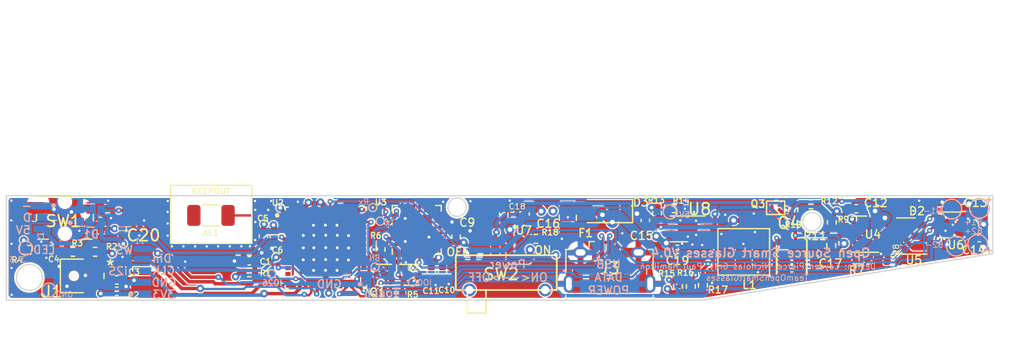
<source format=kicad_pcb>
(kicad_pcb (version 20211014) (generator pcbnew)
  (title_block (title "Open Source Smart Glasses") (date "2022-06-26") (rev "v0.3") (comment 1 "Design: Cayden Pierce, Nicholas Gray, Paul Hamilton") (comment 2 "TeamOpenSmartGlasses"))
  (layers (0 "F.Cu" signal "F.Cu_Signals") (1 "In1.Cu" power "In1.Cu_GND") (2 "In2.Cu" power "In2.Cu_Power_GND") (31 "B.Cu" signal "B.Cu_Signals") (34 "B.Paste" user) (35 "F.Paste" user) (36 "B.SilkS" user "B.Silkscreen") (37 "F.SilkS" user "F.Silkscreen") (38 "B.Mask" user) (39 "F.Mask" user) (44 "Edge.Cuts" user))
  (net 0 "")
  (net 1 "EN")
  (net 2 "RGB")
  (net 3 "BATT+")
  (net 4 "Net-(D2-Pad1)")
  (net 5 "Net-(D1-Pad1)")
  (net 6 "SPARE")
  (net 7 "Net-(Q2-Pad1)")
  (net 8 "RTS")
  (net 9 "IO0")
  (net 10 "DTR")
  (net 12 "+3V3")
  (net 13 "VBUS")
  (net 14 "TX_ESP")
  (net 15 "RX_ESP")
  (net 25 "Net-(R18-Pad2)")
  (net 26 "Net-(C10-Pad1)")
  (net 27 "USB-")
  (net 28 "USB+")
  (net 30 "PSEN")
  (net 31 "Net-(AE1-Pad2)")
  (net 32 "BATT1-")
  (net 33 "+5V")
  (net 34 "Net-(C15-Pad1)")
  (net 36 "Net-(Q1-Pad1)")
  (net 37 "Net-(Q3-Pad3)")
  (net 38 "Net-(F1-Pad1)")
  (net 39 "SWITCH")
  (net 40 "i2S2_CLK")
  (net 41 "i2S2_Data")
  (net 42 "i2S2_WS")
  (net 43 "Net-(R2-Pad1)")
  (net 44 "Net-(R8-Pad2)")
  (net 45 "Net-(L1-Pad2)")
  (net 72 "Net-(R13-Pad1)")
  (net 73 "ALRT")
  (net 74 "TOUCH1")
  (net 75 "SCL")
  (net 76 "SDA")
  (net 77 "Net-(Q4-Pad5)")
  (net 78 "i2S1_Data")
  (net 79 "i2S1_CLK")
  (net 81 "DAC")
  (net 82 "Net-(Q3-Pad1)")
  (footprint "Resistor_SMD:R_0402_1005Metric" (layer "F.Cu") (at 95.92966 81.609303 180)
    (fp_text reference "R1")
    (fp_text value "10K")
  )
  (footprint "Package_TO_SOT_SMD:SOT-523" (layer "F.Cu") (at 107.550417 81.818514 180)
    (fp_text reference "Q1")
    (fp_text value "2SC4617R BR")
  )
  (footprint "Capacitor_SMD:C_0402_1005Metric" (layer "F.Cu") (at 132.827042 79.630638)
    (fp_text reference "C19")
    (fp_text value "22uF")
  )
  (footprint "Capacitor_SMD:C_0402_1005Metric" (layer "F.Cu") (at 158.83455 78.612375 180)
    (fp_text reference "C14")
    (fp_text value "22uF/16V")
  )
  (footprint "Diode_SMD:D_SOD-123" (layer "F.Cu") (at 126.710985 76.322776 180)
    (fp_text reference "D3")
    (fp_text value "RB160M-30")
  )
  (footprint "Connector_USB:USB_Micro-B_Amphenol_10118194_Horizontal" (layer "F.Cu") (at 126.973713 81.292904)
    (fp_text reference "J3")
    (fp_text value "USB_B_Micro")
  )
  (footprint "Capacitor_SMD:C_0402_1005Metric" (layer "F.Cu") (at 112.585441 81.621385 -90)
    (fp_text reference "C10")
    (fp_text value "0.1uF")
  )
  (footprint "Resistor_SMD:R_0402_1005Metric" (layer "F.Cu") (at 80.734181 79.834807)
    (fp_text reference "R3")
    (fp_text value "0R*")
  )
  (footprint "Resistor_SMD:R_0402_1005Metric" (layer "F.Cu") (at 107.244882 79.631646 90)
    (fp_text reference "R6")
    (fp_text value "10K")
  )
  (footprint "Resistor_SMD:R_0402_1005Metric" (layer "F.Cu") (at 135.016041 82.717289 90)
    (fp_text reference "R17")
    (fp_text value "10K")
  )
  (footprint "Capacitor_SMD:C_0402_1005Metric" (layer "F.Cu") (at 117.862044 76.579562 -90)
    (fp_text reference "C18")
    (fp_text value "1uF")
  )
  (footprint "OSSG_footprints:SMD_Switch_Panasonic_EVQPUL_EVQPUC_6.3x6.7" (layer "F.Cu") (at 80.041206 76.901709 180)
    (fp_text reference "SW1")
    (fp_text value "SW_SPST")
  )
  (footprint "OSSG_footprints:DFN100X60X40-3N" (layer "F.Cu") (at 141.28704 76.041522 180)
    (fp_text reference "Q3")
    (fp_text value "PMZ290UNE2YL")
  )
  (footprint "Resistor_SMD:R_0402_1005Metric" (layer "F.Cu") (at 76.978019 79.658389 180)
    (fp_text reference "R4")
    (fp_text value "10K")
  )
  (footprint "OSSG_footprints:1.5uH_YXMAA0402-1R5M-ANP" (layer "F.Cu") (at 138.523769 79.81044 180)
    (fp_text reference "L1")
    (fp_text value "1.5uH")
  )
  (footprint "Capacitor_SMD:C_0402_1005Metric" (layer "F.Cu") (at 95.930236 80.610688 180)
    (fp_text reference "C1")
    (fp_text value "1uF")
  )
  (footprint "Package_TO_SOT_SMD:SOT-523" (layer "F.Cu") (at 109.883942 81.821176)
    (fp_text reference "Q2")
    (fp_text value "2SC4617R BR")
  )
  (footprint "Package_TO_SOT_SMD:SOT-23-6" (layer "F.Cu") (at 152.51326 78.476117 180)
    (fp_text reference "U5")
    (fp_text value "AP5054HTC")
  )
  (footprint "OSSG_footprints:REG_NCP167BMX330TBG" (layer "F.Cu") (at 119.139269 76.637863 90)
    (fp_text reference "U7")
    (fp_text value "NCP167BMX330TBG")
  )
  (footprint "OSSG_footprints:MP23DB01HPTR" (layer "F.Cu") (at 81.531065 81.91388)
    (fp_text reference "U1")
    (fp_text value "MP23DB01HPTR")
  )
  (footprint "Resistor_SMD:R_0402_1005Metric" (layer "F.Cu") (at 132.538103 76.081567 180)
    (fp_text reference "R14")
    (fp_text value "147K")
  )
  (footprint "OSSG_footprints:EMF20B02V" (layer "F.Cu") (at 142.609558 80.403581 180)
    (fp_text reference "Q4")
    (fp_text value "EMF20B02V")
  )
  (footprint "Resistor_SMD:R_0805_2012Metric" (layer "F.Cu") (at 123.380387 76.9069 90)
    (fp_text reference "F1")
    (fp_text value "1A")
  )
  (footprint "OSSG_footprints:ANT3216LL00R2400A" (layer "F.Cu") (at 92.628318 76.601916)
    (fp_text reference "AE1")
    (fp_text value "ANT3216LL00R2400A")
  )
  (footprint "Resistor_SMD:R_0402_1005Metric" (layer "F.Cu") (at 108.604492 83.36316 180)
    (fp_text reference "R5")
    (fp_text value "10K")
  )
  (footprint "Package_DFN_QFN:DFN-8-1EP_2x2mm_P0.5mm_EP0.8x1.6mm" (layer "F.Cu") (at 156.225427 77.521198 180)
    (fp_text reference "U6")
    (fp_text value "MAX17048")
  )
  (footprint "Resistor_SMD:R_0402_1005Metric" (layer "F.Cu") (at 148.694787 80.510534)
    (fp_text reference "R7")
    (fp_text value "100k")
  )
  (footprint "Capacitor_SMD:C_0402_1005Metric" (layer "F.Cu") (at 78.848932 79.65117)
    (fp_text reference "C4")
    (fp_text value "100nF")
  )
  (footprint "Capacitor_SMD:C_0402_1005Metric" (layer "F.Cu") (at 144.566918 80.251046 -90)
    (fp_text reference "C17")
    (fp_text value "22uF")
  )
  (footprint "Package_DFN_QFN:DFN-8-1EP_3x2mm_P0.5mm_EP1.7x1.4mm" (layer "F.Cu") (at 133.709248 77.861457 180)
    (fp_text reference "U8")
    (fp_text value "SY7088")
  )
  (footprint "Capacitor_SMD:C_0402_1005Metric" (layer "F.Cu") (at 148.237075 76.119389)
    (fp_text reference "C12")
    (fp_text value "100nF")
  )
  (footprint "Capacitor_SMD:C_0402_1005Metric" (layer "F.Cu") (at 120.420868 76.583942 -90)
    (fp_text reference "C16")
    (fp_text value "100nF")
  )
  (footprint "Resistor_SMD:R_0402_1005Metric" (layer "F.Cu") (at 146.127496 77.301306 -90)
    (fp_text reference "R9")
    (fp_text value "150")
  )
  (footprint "Capacitor_SMD:C_0402_1005Metric" (layer "F.Cu") (at 84.970267 77.854746 90)
    (fp_text reference "C20")
    (fp_text value "1uF")
  )
  (footprint "Diode_SMD:D_0402_1005Metric" (layer "F.Cu") (at 152.054833 76.298232 180)
    (fp_text reference "D2")
    (fp_text value "Red")
  )
  (footprint "Resistor_SMD:R_0402_1005Metric" (layer "F.Cu") (at 144.329268 75.741163)
    (fp_text reference "R12")
    (fp_text value "1M")
  )
  (footprint "OSSG_footprints:SW_SMD_SPDT_Slide_9x6.9-hole" (layer "F.Cu") (at 113.728054 80.127961)
    (fp_text reference "SW2")
    (fp_text value "Power")
  )
  (footprint "Resistor_SMD:R_0402_1005Metric" (layer "F.Cu") (at 132.876626 82.824526 90)
    (fp_text reference "R15")
    (fp_text value "10K")
  )
  (footprint "Capacitor_SMD:C_0402_1005Metric" (layer "F.Cu") (at 84.514297 83.240655)
    (fp_text reference "C2")
    (fp_text value "100nF")
  )
  (footprint "Resistor_SMD:R_0402_1005Metric" (layer "F.Cu") (at 151.364014 80.650839 180)
    (fp_text reference "R8")
    (fp_text value "2K")
  )
  (footprint "OSSG_footprints:ESP32_PICO_D4" (layer "F.Cu") (at 102.533488 79.491273)
    (fp_text reference "U2")
    (fp_text value "ESP32-PICO-D4")
  )
  (footprint "Resistor_SMD:R_0402_1005Metric" (layer "F.Cu") (at 82.642953 79.834807)
    (fp_text reference "R2")
    (fp_text value "0R*")
  )
  (footprint "Capacitor_SMD:C_0402_1005Metric" (layer "F.Cu") (at 130.060864 77.131641 90)
    (fp_text reference "C15")
    (fp_text value "1uF")
  )
  (footprint "Capacitor_SMD:C_0402_1005Metric" (layer "F.Cu") (at 113.753277 78.501197 -90)
    (fp_text reference "C9")
    (fp_text value "1uF")
  )
  (footprint "Capacitor_SMD:C_0402_1005Metric" (layer "F.Cu") (at 111.611442 81.61953 -90)
    (fp_text reference "C11")
    (fp_text value "0.1uF")
  )
  (footprint "Resistor_SMD:R_0402_1005Metric" (layer "F.Cu") (at 120.620973 78.719745 180)
    (fp_text reference "R18")
    (fp_text value "10K")
  )
  (footprint "Resistor_SMD:R_0402_1005Metric" (layer "F.Cu") (at 146.078592 79.281236 90)
    (fp_text reference "R11")
    (fp_text value "1M")
  )
  (footprint "Package_DFN_QFN:QFN-24-1EP_4x4mm_P0.5mm_EP2.6x2.6mm" (layer "F.Cu") (at 110.360528 77.955705 90)
    (fp_text reference "U3")
    (fp_text value "CH9102F")
  )
  (footprint "Capacitor_SMD:C_0402_1005Metric" (layer "F.Cu") (at 98.091728 78.489354 -90)
    (fp_text reference "C6")
    (fp_text value "0.1uF")
  )
  (footprint "Package_TO_SOT_SMD:SOT-23" (layer "F.Cu") (at 148.489303 78.316677 180)
    (fp_text reference "U4")
    (fp_text value "XC61CC3002MR")
  )
  (footprint "Capacitor_SMD:C_0402_1005Metric" (layer "F.Cu") (at 97.145764 78.489354 -90)
    (fp_text reference "C5")
    (fp_text value "10uF")
  )
  (footprint "Resistor_SMD:R_0402_1005Metric" (layer "F.Cu") (at 142.816193 76.230313 -90)
    (fp_text reference "R10")
    (fp_text value "100K")
  )
  (footprint "Capacitor_SMD:C_0402_1005Metric" (layer "F.Cu") (at 158.357718 77.163138 90)
    (fp_text reference "C13")
    (fp_text value "100nF")
  )
  (footprint "Capacitor_SMD:C_0402_1005Metric" (layer "F.Cu") (at 84.520534 82.261318 180)
    (fp_text reference "C3")
    (fp_text value "200pF")
  )
  (footprint "Resistor_SMD:R_0402_1005Metric" (layer "F.Cu") (at 131.067832 76.503506 90)
    (fp_text reference "R13")
    (fp_text value "470K")
  )
  (footprint "Resistor_SMD:R_0402_1005Metric" (layer "F.Cu") (at 133.979985 82.821535 90)
    (fp_text reference "R16")
    (fp_text value "10k")
  )
  (footprint "OSSG_footprints:Solder-3P-Connector" (layer "B.Cu") (at 78.062924 77.351576 -90)
    (fp_text reference "J2")
    (fp_text value "Ext RGB")
  )
  (footprint "OSSG_footprints:Breakout_pads" (layer "B.Cu") (at 158.85 76.09 180)
    (fp_text reference "TP16")
    (fp_text value "Batt2+")
  )
  (footprint "OSSG_footprints:LED_WS2812C-2020" (layer "B.Cu") (at 82.263482 76.709578)
    (fp_text reference "D1")
    (fp_text value "WS2812C-2020")
  )
  (footprint "OSSG_footprints:Breakout_pads_very_small" (layer "B.Cu") (at 106.767781 81.147201 180)
    (fp_text reference "TP5")
    (fp_text value "EN")
  )
  (footprint "OSSG_footprints:Breakout_pads_very_small" (layer "B.Cu") (at 107.218278 77.199625 180)
    (fp_text reference "TP13")
    (fp_text value "Tx")
  )
  (footprint "OSSG_footprints:Breakout_pads_small" (layer "B.Cu") (at 132.203771 76.395375 180)
    (fp_text reference "TP2")
    (fp_text value "5V")
  )
  (footprint "OSSG_footprints:Breakout_pads" (layer "B.Cu") (at 156.462587 76.154252 180)
    (fp_text reference "TP18")
    (fp_text value "BATT2-")
  )
  (footprint "OSSG_footprints:Breakout_pads_very_small" (layer "B.Cu") (at 109.992615 82.457383 180)
    (fp_text reference "TP12")
    (fp_text value "IO0")
  )
  (footprint "OSSG_footprints:Breakout_pads_small" (layer "B.Cu") (at 78.66291 83.128488 180)
    (fp_text reference "TP9")
    (fp_text value "GND")
  )
  (footprint "OSSG_footprints:Breakout_pads_very_small" (layer "B.Cu") (at 97.858312 81.740875 180)
    (fp_text reference "TP1")
    (fp_text value "IO26")
  )
  (footprint "OSSG_footprints:Breakout_pads_very_small" (layer "B.Cu") (at 106.571837 76.02158 180)
    (fp_text reference "TP14")
    (fp_text value "Rx")
  )
  (footprint "OSSG_footprints:Solder-5P-Connector" (layer "B.Cu") (at 86.729106 81.992929 90)
    (fp_text reference "J1")
    (fp_text value "Conn_01x05_Male")
  )
  (footprint "OSSG_footprints:Solder-2P-Connector" (layer "B.Cu") (at 104.57585 84.120318 -90)
    (fp_text reference "J4")
    (fp_text value "Touch")
  )
  (footprint "OSSG_footprints:Breakout_pads_small" (layer "B.Cu") (at 76.661872 79.522257 180)
    (fp_text reference "TP8")
    (fp_text value "3V3")
  )
  (footprint "OSSG_footprints:Breakout_pads" (layer "B.Cu") (at 158.7 79.2 180)
    (fp_text reference "TP15")
    (fp_text value "Batt1+")
  )
  (footprint "OSSG_footprints:Breakout_pads" (layer "B.Cu") (at 156.847577 79.344389 180)
    (fp_text reference "TP17")
    (fp_text value "BATT1-")
  )
  (gr_circle (center 76.981967 82.05) (end 77.481967 81.05) (layer "Edge.Cuts") (width 0.1) (fill none))
  (gr_line (start 75 84) (end 75 75) (layer "Edge.Cuts") (width 0.1))
  (gr_line (start 75 75) (end 160 75) (layer "Edge.Cuts") (width 0.1))
  (gr_circle (center 144.426672 77.235858) (end 144.926672 76.617825) (layer "Edge.Cuts") (width 0.1) (fill none))
  (gr_line (start 135 84) (end 75 84) (layer "Edge.Cuts") (width 0.1))
  (gr_line (start 135 84) (end 160 80) (layer "Edge.Cuts") (width 0.1))
  (gr_circle (center 113.849109 75.988067) (end 114.349109 75.370034) (layer "Edge.Cuts") (width 0.1) (fill none))
  (gr_line (start 160 80) (end 160 75) (layer "Edge.Cuts") (width 0.1))
  (gr_text "-" (at 76.752029 75.865314) (layer "B.SilkS") (effects (font (size 0.7 0.7) (thickness 0.12)) (justify mirror)))
  (gr_text "TeamOpenSmartGlasses\n" (at 139.705519 82.080339) (layer "B.SilkS") (effects (font (size 0.5 0.5) (thickness 0.07)) (justify mirror)))
  (gr_text "3V3" (at 88.562623 83.517194) (layer "B.SilkS") (effects (font (size 0.7 0.7) (thickness 0.12)) (justify mirror)))
  (gr_text "CLK" (at 88.541886 81.443501) (layer "B.SilkS") (effects (font (size 0.7 0.7) (thickness 0.12)) (justify mirror)))
  (gr_text "D" (at 76.77003 76.897361) (layer "B.SilkS") (effects (font (size 0.7 0.7) (thickness 0.12)) (justify mirror)))
  (gr_text "+" (at 159.662503 75.316457) (layer "B.SilkS") (effects (font (size 0.5 0.5) (thickness 0.125)) (justify mirror)))
  (gr_text "Din" (at 88.396728 80.417023) (layer "B.SilkS") (effects (font (size 0.7 0.7) (thickness 0.12)) (justify mirror)))
  (gr_text "Touch" (at 107.334091 83.39235) (layer "B.SilkS") (effects (font (size 0.7 0.7) (thickness 0.12)) (justify mirror)))
  (gr_text "5V" (at 76.452255 77.970065) (layer "B.SilkS") (effects (font (size 0.7 0.7) (thickness 0.12)) (justify mirror)))
  (gr_text "LED" (at 78.258873 79.661161) (layer "B.SilkS") (effects (font (size 0.7 0.7) (thickness 0.12)) (justify mirror)))
  (gr_text "Design: Cayden Pierce, Nicholas Gray, Paul Hamilton" (at 139.757625 81.087239) (layer "B.SilkS") (effects (font (size 0.5 0.5) (thickness 0.07)) (justify mirror)))
  (gr_text "WS" (at 85.172135 79.69123) (layer "B.SilkS") (effects (font (size 0.7 0.7) (thickness 0.12)) (justify mirror)))
  (gr_text "USB\nDATA\nPOWER" (at 126.893016 82.036477) (layer "B.SilkS") (effects (font (size 0.7 0.7) (thickness 0.12)) (justify mirror)))
  (gr_text "GND" (at 88.58336 82.480347) (layer "B.SilkS") (effects (font (size 0.7 0.7) (thickness 0.12)) (justify mirror)))
  (gr_text "+" (at 159.686068 79.687759) (layer "B.SilkS") (effects (font (size 0.5 0.5) (thickness 0.125)) (justify mirror)))
  (gr_text "GND" (at 102.82368 82.626898) (layer "B.SilkS") (effects (font (size 0.7 0.7) (thickness 0.12)) (justify mirror)))
  (gr_text "Power\nON<-->OFF" (at 118.206996 81.477476) (layer "B.SilkS") (effects (font (size 0.7 0.7) (thickness 0.12)) (justify mirror)))
  (gr_text "i2S" (at 84.628086 81.49943) (layer "B.SilkS") (effects (font (size 0.7 0.7) (thickness 0.12)) (justify mirror)))
  (gr_text "Open Source Smart Glasses V0.4" (at 139.988146 79.929465) (layer "B.SilkS") (effects (font (size 0.75 0.75)) (justify mirror)))
  (gr_text "OFF" (at 113.892957 79.852832) (layer "F.SilkS") (effects (font (size 0.7 0.7) (thickness 0.12))))
  (gr_text "ON" (at 121.227678 79.69754) (layer "F.SilkS") (effects (font (size 0.7 0.7) (thickness 0.12))))
  (segment (start 97.313641 80.610688) (end 97.621671 80.918718) (width 0.2) (layer "F.Cu") (net 1))
  (segment (start 106.905417 81.818514) (end 106.905417 81.483283) (width 0.3) (layer "F.Cu") (net 1))
  (segment (start 98.676253 80.741273) (end 99.268488 80.741273) (width 0.2) (layer "F.Cu") (net 1))
  (segment (start 96.410236 80.610688) (end 96.410236 81.579879) (width 0.4) (layer "F.Cu") (net 1))
  (segment (start 96.410236 81.579879) (end 96.43966 81.609303) (width 0.4) (layer "F.Cu") (net 1))
  (segment (start 106.905417 81.483283) (end 106.72157 81.299436) (width 0.3) (layer "F.Cu") (net 1))
  (segment (start 96.410236 80.610688) (end 97.313641 80.610688) (width 0.2) (layer "F.Cu") (net 1))
  (segment (start 98.498808 80.918718) (end 98.676253 80.741273) (width 0.2) (layer "F.Cu") (net 1))
  (segment (start 98.436785 80.980741) (end 98.498808 80.918718) (width 0.3) (layer "F.Cu") (net 1))
  (segment (start 97.621671 80.918718) (end 98.498808 80.918718) (width 0.2) (layer "F.Cu") (net 1))
  (segment (start 98.436785 81.192305) (end 98.436785 80.980741) (width 0.3) (layer "F.Cu") (net 1))
  (via (at 98.436785 81.192305) (size 0.5) (drill 0.2) (layers "F.Cu" "B.Cu") (net 1))
  (via (at 106.72157 81.299436) (size 0.5) (drill 0.2) (layers "F.Cu" "B.Cu") (net 1))
  (segment (start 104.099958 82.004082) (end 104.52623 82.004082) (width 0.2) (layer "B.Cu") (net 1))
  (segment (start 104.52623 82.004082) (end 105.230876 81.299436) (width 0.2) (layer "B.Cu") (net 1))
  (segment (start 98.436785 81.192305) (end 99.367609 81.192305) (width 0.2) (layer "B.Cu") (net 1))
  (segment (start 105.230876 81.299436) (end 106.72157 81.299436) (width 0.2) (layer "B.Cu") (net 1))
  (segment (start 98.436785 81.192305) (end 99.746949 81.192305) (width 0.2) (layer "B.Cu") (net 1))
  (segment (start 103.921752 82.182288) (end 104.099958 82.004082) (width 0.2) (layer "B.Cu") (net 1))
  (segment (start 99.746949 81.192305) (end 100.736932 82.182288) (width 0.2) (layer "B.Cu") (net 1))
  (segment (start 100.736932 82.182288) (end 103.921752 82.182288) (width 0.2) (layer "B.Cu") (net 1))
  (segment (start 101.783488 82.756273) (end 101.783488 83.400641) (width 0.3) (layer "F.Cu") (net 2))
  (segment (start 90.900157 82.021062) (end 88.600415 79.72132) (width 0.3) (layer "F.Cu") (net 2))
  (segment (start 88.600415 79.72132) (end 85.150802 76.271707) (width 0.3) (layer "F.Cu") (net 2))
  (segment (start 85.150802 76.271707) (end 84.679426 76.271707) (width 0.3) (layer "F.Cu") (net 2))
  (segment (start 93.264177 82.021062) (end 90.900157 82.021062) (width 0.3) (layer "F.Cu") (net 2))
  (segment (start 101.783488 83.400641) (end 101.734656 83.449473) (width 0.3) (layer "F.Cu") (net 2))
  (via (at 84.679426 76.271707) (size 0.5) (drill 0.2) (layers "F.Cu" "B.Cu") (net 2))
  (via (at 93.264177 82.021062) (size 0.5) (drill 0.2) (layers "F.Cu" "B.Cu") (net 2))
  (via (at 101.734656 83.449473) (size 0.5) (drill 0.2) (layers "F.Cu" "B.Cu") (net 2))
  (segment (start 98.476871 82.463869) (end 95.228242 82.463869) (width 0.2) (layer "B.Cu") (net 2))
  (segment (start 101.256138 82.970955) (end 98.983957 82.970955) (width 0.2) (layer "B.Cu") (net 2))
  (segment (start 95.049691 82.64242) (end 93.985525 82.64242) (width 0.2) (layer "B.Cu") (net 2))
  (segment (start 98.983957 82.970955) (end 98.476871 82.463869) (width 0.2) (layer "B.Cu") (net 2))
  (segment (start 84.679426 76.271707) (end 83.290611 76.271707) (width 0.3) (layer "B.Cu") (net 2))
  (segment (start 93.985525 82.64242) (end 93.364167 82.021062) (width 0.2) (layer "B.Cu") (net 2))
  (segment (start 83.290611 76.271707) (end 83.178482 76.159578) (width 0.3) (layer "B.Cu") (net 2))
  (segment (start 95.228242 82.463869) (end 95.049691 82.64242) (width 0.2) (layer "B.Cu") (net 2))
  (segment (start 93.364167 82.021062) (end 93.264177 82.021062) (width 0.3) (layer "B.Cu") (net 2))
  (segment (start 101.734656 83.449473) (end 101.256138 82.970955) (width 0.2) (layer "B.Cu") (net 2))
  (segment (start 144.889112 79.026108) (end 143.682197 79.026108) (width 0.5) (layer "F.Cu") (net 3))
  (segment (start 147.757075 76.119389) (end 147.757075 76.065831) (width 0.5) (layer "F.Cu") (net 3))
  (segment (start 146.078592 78.771236) (end 146.476004 78.771236) (width 0.5) (layer "F.Cu") (net 3))
  (segment (start 147.480394 78.422843) (end 147.480394 78.244491) (width 0.4) (layer "F.Cu") (net 3))
  (segment (start 157.444055 77.643138) (end 157.239649 77.438732) (width 0.5) (layer "F.Cu") (net 3))
  (segment (start 121.130973 79.643293) (end 121.130973 78.719745) (width 0.3) (layer "F.Cu") (net 3))
  (segment (start 147.171213 76.715091) (end 147.53516 76.351144) (width 0.5) (layer "F.Cu") (net 3))
  (segment (start 156.325505 76.256704) (end 153.619765 76.256704) (width 0.5) (layer "F.Cu") (net 3))
  (segment (start 147.498537 78.369943) (end 147.551803 78.316677) (width 0.5) (layer "F.Cu") (net 3))
  (segment (start 156.532324 76.053138) (end 156.329089 76.256373) (width 0.5) (layer "F.Cu") (net 3))
  (segment (start 158.357718 77.643138) (end 158.388278 77.643138) (width 0.5) (layer "F.Cu") (net 3))
  (segment (start 159.31455 77.487154) (end 159.31455 76.583916) (width 0.5) (layer "F.Cu") (net 3))
  (segment (start 146.877297 78.369943) (end 147.498537 78.369943) (width 0.5) (layer "F.Cu") (net 3))
  (segment (start 148.373406 75.4495) (end 152.816476 75.4495) (width 0.5) (layer "F.Cu") (net 3))
  (segment (start 159.31455 78.56941) (end 159.31455 78.612375) (width 0.5) (layer "F.Cu") (net 3))
  (segment (start 148.179594 80.510534) (end 147.70491 80.03585) (width 0.3) (layer "F.Cu") (net 3))
  (segment (start 153.623349 76.256373) (end 153.616806 76.24983) (width 0.5) (layer "F.Cu") (net 3))
  (segment (start 147.480394 78.244491) (end 147.53516 78.189725) (width 0.4) (layer "F.Cu") (net 3))
  (segment (start 146.078592 78.771236) (end 146.051301 78.771236) (width 0.5) (layer "F.Cu") (net 3))
  (segment (start 147.53516 78.189725) (end 147.171213 77.825778) (width 0.5) (layer "F.Cu") (net 3))
  (segment (start 158.388278 77.643138) (end 159.31455 78.56941) (width 0.5) (layer "F.Cu") (net 3))
  (segment (start 144.862188 79.026569) (end 145.795968 79.026569) (width 0.5) (layer "F.Cu") (net 3))
  (segment (start 159.31455 77.487154) (end 159.31455 78.612375) (width 0.5) (layer "F.Cu") (net 3))
  (segment (start 148.184787 80.510534) (end 148.179594 80.510534) (width 0.3) (layer "F.Cu") (net 3))
  (segment (start 148.184787 80.510534) (end 148.184787 79.127236) (width 0.4) (layer "F.Cu") (net 3))
  (segment (start 158.783772 76.053138) (end 156.532324 76.053138) (width 0.5) (layer "F.Cu") (net 3))
  (segment (start 147.757075 76.065831) (end 148.373406 75.4495) (width 0.5) (layer "F.Cu") (net 3))
  (segment (start 147.171213 77.825778) (end 147.171213 76.715091) (width 0.5) (layer "F.Cu") (net 3))
  (segment (start 146.051301 78.771236) (end 145.795968 79.026569) (width 0.5) (layer "F.Cu") (net 3))
  (segment (start 152.816476 75.4495) (end 153.616806 76.24983) (width 0.5) (layer "F.Cu") (net 3))
  (segment (start 121.580015 80.092335) (end 121.130973 79.643293) (width 0.3) (layer "F.Cu") (net 3))
  (segment (start 122.338382 80.092335) (end 121.580015 80.092335) (width 0.3) (layer "F.Cu") (net 3))
  (segment (start 158.357718 77.643138) (end 157.444055 77.643138) (width 0.5) (layer "F.Cu") (net 3))
  (segment (start 148.184787 79.127236) (end 147.480394 78.422843) (width 0.4) (layer "F.Cu") (net 3))
  (segment (start 146.476004 78.771236) (end 146.877297 78.369943) (width 0.5) (layer "F.Cu") (net 3))
  (segment (start 147.53516 76.351144) (end 147.53516 76.102417) (width 0.5) (layer "F.Cu") (net 3))
  (segment (start 153.616806 76.24983) (end 153.616806 77.434593) (width 0.5) (layer "F.Cu") (net 3))
  (segment (start 159.31455 76.583916) (end 158.783772 76.053138) (width 0.5) (layer "F.Cu") (net 3))
  (via (at 122.338382 80.092335) (size 0.65) (drill 0.3) (layers "F.Cu" "B.Cu") (net 3))
  (via (at 159.206944 79.430058) (size 0.8) (drill 0.4) (layers "F.Cu" "B.Cu") (net 3))
  (via (at 159.222902 77.4643) (size 0.8) (drill 0.4) (layers "F.Cu" "B.Cu") (net 3))
  (via (at 157.958262 75.694077) (size 0.8) (drill 0.4) (layers "F.Cu" "B.Cu") (net 3))
  (segment (start 158.85 76.09) (end 158.85 77.022604) (width 0.5) (layer "B.Cu") (net 3))
  (segment (start 159.410827 79.539363) (end 159.039363 79.539363) (width 0.5) (layer "B.Cu") (net 3))
  (segment (start 158.347156 75.587156) (end 158.85 76.09) (width 0.5) (layer "B.Cu") (net 3))
  (segment (start 157.949849 75.587156) (end 158.347156 75.587156) (width 0.5) (layer "B.Cu") (net 3))
  (segment (start 158.7 76.55) (end 158.7 76.75) (width 0.15) (layer "B.Cu") (net 3))
  (segment (start 159.31455 79.443086) (end 159.410827 79.539363) (width 0.5) (layer "B.Cu") (net 3))
  (segment (start 159.31455 77.487154) (end 159.31455 79.443086) (width 0.5) (layer "B.Cu") (net 3))
  (segment (start 159.039363 79.539363) (end 158.7 79.2) (width 0.5) (layer "B.Cu") (net 3))
  (segment (start 158.85 77.022604) (end 159.31455 77.487154) (width 0.5) (layer "B.Cu") (net 3))
  (segment (start 153.074353 79.426117) (end 152.539833 78.891597) (width 0.4) (layer "F.Cu") (net 4))
  (segment (start 153.65076 79.426117) (end 153.074353 79.426117) (width 0.4) (layer "F.Cu") (net 4))
  (segment (start 152.539833 78.891597) (end 152.539833 76.298232) (width 0.4) (layer "F.Cu") (net 4))
  (segment (start 79.763021 77.259578) (end 79.385019 76.881576) (width 0.4) (layer "B.Cu") (net 5))
  (segment (start 81.348482 77.259578) (end 79.763021 77.259578) (width 0.4) (layer "B.Cu") (net 5))
  (segment (start 79.385019 76.881576) (end 78.077924 76.881576) (width 0.4) (layer "B.Cu") (net 5))
  (segment (start 107.822079 79.698843) (end 107.244882 79.121646) (width 0.3) (layer "F.Cu") (net 7))
  (segment (start 109.238942 81.310666) (end 107.822079 79.893803) (width 0.3) (layer "F.Cu") (net 7))
  (segment (start 107.822079 79.893803) (end 107.822079 79.698843) (width 0.3) (layer "F.Cu") (net 7))
  (segment (start 109.238942 81.321176) (end 109.238942 81.310666) (width 0.3) (layer "F.Cu") (net 7))
  (segment (start 106.662819 79.874867) (end 106.662819 79.640425) (width 0.3) (layer "F.Cu") (net 8))
  (segment (start 106.666861 79.878909) (end 106.662819 79.874867) (width 0.3) (layer "F.Cu") (net 8))
  (segment (start 108.538355 76.590378) (end 108.423028 76.705705) (width 0.3) (layer "F.Cu") (net 8))
  (segment (start 107.050107 80.443224) (end 107.050107 80.123289) (width 0.3) (layer "F.Cu") (net 8))
  (segment (start 108.195417 81.318514) (end 107.925397 81.318514) (width 0.3) (layer "F.Cu") (net 8))
  (segment (start 106.982145 79.878909) (end 106.666861 79.878909) (width 0.3) (layer "F.Cu") (net 8))
  (segment (start 107.244882 80.141646) (end 106.982145 79.878909) (width 0.3) (layer "F.Cu") (net 8))
  (segment (start 107.925397 81.318514) (end 107.050107 80.443224) (width 0.3) (layer "F.Cu") (net 8))
  (via (at 108.614268 76.338932) (size 0.45) (drill 0.2) (layers "F.Cu" "B.Cu") (net 8))
  (via (at 106.662819 79.640425) (size 0.45) (drill 0.2) (layers "F.Cu" "B.Cu") (net 8))
  (segment (start 108.662705 76.671712) (end 108.662705 76.341147) (width 0.3) (layer "B.Cu") (net 8))
  (segment (start 106.662819 79.640425) (end 106.662819 78.144846) (width 0.3) (layer "B.Cu") (net 8))
  (segment (start 107.533457 77.80096) (end 108.662705 76.671712) (width 0.3) (layer "B.Cu") (net 8))
  (segment (start 107.006705 77.80096) (end 107.533457 77.80096) (width 0.3) (layer "B.Cu") (net 8))
  (segment (start 106.662819 78.144846) (end 107.006705 77.80096) (width 0.3) (layer "B.Cu") (net 8))
  (segment (start 106.138024 83.6505) (end 107.278147 82.510377) (width 0.2) (layer "F.Cu") (net 9))
  (segment (start 104.783488 82.756273) (end 104.783488 82.930915) (width 0.2) (layer "F.Cu") (net 9))
  (segment (start 110.528942 81.821176) (end 110.528942 81.931972) (width 0.3) (layer "F.Cu") (net 9))
  (segment (start 104.783488 82.930915) (end 105.503073 83.6505) (width 0.2) (layer "F.Cu") (net 9))
  (segment (start 110.528942 81.931972) (end 110.113132 82.347782) (width 0.3) (layer "F.Cu") (net 9))
  (segment (start 105.500336 83.665939) (end 106.135287 83.665939) (width 0.2) (layer "F.Cu") (net 9))
  (via (at 107.278147 82.510377) (size 0.45) (drill 0.2) (layers "F.Cu" "B.Cu") (net 9))
  (via (at 110.113132 82.347782) (size 0.45) (drill 0.2) (layers "F.Cu" "B.Cu") (net 9))
  (segment (start 109.950537 82.510377) (end 110.113132 82.347782) (width 0.25) (layer "B.Cu") (net 9))
  (segment (start 107.278147 82.510377) (end 109.950537 82.510377) (width 0.25) (layer "B.Cu") (net 9))
  (segment (start 109.114492 82.445626) (end 109.238942 82.321176) (width 0.3) (layer "F.Cu") (net 10))
  (segment (start 108.828282 81.838584) (end 108.828282 81.910516) (width 0.3) (layer "F.Cu") (net 10))
  (segment (start 108.423028 78.705705) (end 107.777445 78.705705) (width 0.3) (layer "F.Cu") (net 10))
  (segment (start 107.777445 78.705705) (end 107.657176 78.585436) (width 0.3) (layer "F.Cu") (net 10))
  (segment (start 108.828282 81.910516) (end 109.238942 82.321176) (width 0.3) (layer "F.Cu") (net 10))
  (segment (start 109.114492 83.36316) (end 109.114492 82.445626) (width 0.3) (layer "F.Cu") (net 10))
  (via (at 107.713887 78.539539) (size 0.45) (drill 0.2) (layers "F.Cu" "B.Cu") (net 10))
  (via (at 108.75836 81.809238) (size 0.45) (drill 0.2) (layers "F.Cu" "B.Cu") (net 10))
  (segment (start 108.828282 79.756542) (end 108.828282 81.838584) (width 0.3) (layer "B.Cu") (net 10))
  (segment (start 107.657176 78.585436) (end 108.828282 79.756542) (width 0.3) (layer "B.Cu") (net 10))
  (segment (start 97.145764 77.518611) (end 97.206503 77.457872) (width 0.4) (layer "F.Cu") (net 12))
  (segment (start 111.611442 80.819271) (end 111.748835 80.819271) (width 0.5) (layer "F.Cu") (net 12))
  (segment (start 102.783488 83.475173) (end 102.783815 83.4755) (width 0.4) (layer "F.Cu") (net 12))
  (segment (start 117.964451 77.388683) (end 118.647764 77.388683) (width 0.8) (layer "F.Cu") (net 12))
  (segment (start 83.369227 83.22839) (end 83.133784 83.463833) (width 0.4) (layer "F.Cu") (net 12))
  (segment (start 84.034297 83.240655) (end 83.381493 83.240655) (width 0.4) (layer "F.Cu") (net 12))
  (segment (start 97.145764 78.009354) (end 97.145764 77.518611) (width 0.4) (layer "F.Cu") (net 12))
  (segment (start 102.775213 83.395311) (end 102.775213 82.764548) (width 0.15) (layer "F.Cu") (net 12))
  (segment (start 83.961401 79.834807) (end 84.119387 79.992793) (width 0.4) (layer "F.Cu") (net 12))
  (segment (start 134.940003 83.331535) (end 135.019562 83.251976) (width 0.3) (layer "F.Cu") (net 12))
  (segment (start 102.2264 75.65352) (end 102.283488 75.710608) (width 0.4) (layer "F.Cu") (net 12))
  (segment (start 105.303228 76.226209) (end 105.732292 76.226209) (width 0.4) (layer "F.Cu") (net 12))
  (segment (start 95.117781 81.609303) (end 94.750014 81.97707) (width 0.4) (layer "F.Cu") (net 12))
  (segment (start 83.369227 83.22839) (end 82.892465 82.751627) (width 0.4) (layer "F.Cu") (net 12))
  (segment (start 83.381493 83.240655) (end 83.369227 83.22839) (width 0.4) (layer "F.Cu") (net 12))
  (segment (start 99.268488 78.049124) (end 99.268488 78.241273) (width 0.15) (layer "F.Cu") (net 12))
  (segment (start 132.281096 83.334526) (end 131.972762 83.026192) (width 0.4) (layer "F.Cu") (net 12))
  (segment (start 100.783488 76.226273) (end 100.783488 75.91021) (width 0.4) (layer "F.Cu") (net 12))
  (segment (start 95.41966 81.609303) (end 95.117781 81.609303) (width 0.4) (layer "F.Cu") (net 12))
  (segment (start 98.982725 78.009354) (end 99.163079 78.009354) (width 0.15) (layer "F.Cu") (net 12))
  (segment (start 97.145764 78.009354) (end 99.308258 78.009354) (width 0.4) (layer "F.Cu") (net 12))
  (segment (start 101.040178 75.65352) (end 102.2264 75.65352) (width 0.4) (layer "F.Cu") (net 12))
  (segment (start 102.783488 82.756273) (end 102.783488 83.475173) (width 0.4) (layer "F.Cu") (net 12))
  (segment (start 111.611442 80.819271) (end 111.611442 81.13953) (width 0.4) (layer "F.Cu") (net 12))
  (segment (start 102.283488 75.710608) (end 102.283488 76.226273) (width 0.4) (layer "F.Cu") (net 12))
  (segment (start 132.876626 83.334526) (end 133.976994 83.334526) (width 0.4) (layer "F.Cu") (net 12))
  (segment (start 120.13417 80.371845) (end 120.13417 79.644807) (width 0.6) (layer "F.Cu") (net 12))
  (segment (start 118.394985 80.444892) (end 118.514941 80.564848) (width 0.6) (layer "F.Cu") (net 12))
  (segment (start 84.040534 83.234418) (end 84.034297 83.240655) (width 0.4) (layer "F.Cu") (net 12))
  (segment (start 100.783488 75.91021) (end 101.040178 75.65352) (width 0.4) (layer "F.Cu") (net 12))
  (segment (start 99.268488 78.241273) (end 99.214644 78.241273) (width 0.15) (layer "F.Cu") (net 12))
  (segment (start 111.110528 79.893205) (end 111.110528 80.318357) (width 0.4) (layer "F.Cu") (net 12))
  (segment (start 98.657703 76.130488) (end 99.268488 76.741273) (width 0.4) (layer "F.Cu") (net 12))
  (segment (start 119.699151 80.564848) (end 119.941167 80.564848) (width 0.6) (layer "F.Cu") (net 12))
  (segment (start 98.01169 77.525779) (end 98.495265 78.009354) (width 0.15) (layer "F.Cu") (net 12))
  (segment (start 102.775213 82.764548) (end 102.783488 82.756273) (width 0.15) (layer "F.Cu") (net 12))
  (segment (start 83.152953 79.834807) (end 83.961401 79.834807) (width 0.4) (layer "F.Cu") (net 12))
  (segment (start 111.748835 80.819271) (end 112.239255 80.328851) (width 0.5) (layer "F.Cu") (net 12))
  (segment (start 99.308258 78.009354) (end 99.321332 77.99628) (width 0.4) (layer "F.Cu") (net 12))
  (segment (start 102.283488 75.710608) (end 102.229395 75.656515) (width 0.4) (layer "F.Cu") (net 12))
  (segment (start 99.268488 77.741273) (end 99.268488 78.241273) (width 0.15) (layer "F.Cu") (net 12))
  (segment (start 98.495265 78.009354) (end 98.982725 78.009354) (width 0.15) (layer "F.Cu") (net 12))
  (segment (start 111.110528 80.318357) (end 111.611442 80.819271) (width 0.4) (layer "F.Cu") (net 12))
  (segment (start 117.862044 77.059562) (end 117.862044 77.286276) (width 0.3) (layer "F.Cu") (net 12))
  (segment (start 102.229395 75.656515) (end 102.229395 75.649676) (width 0.4) (layer "F.Cu") (net 12))
  (segment (start 118.394985 77.919675) (end 118.394985 77.819217) (width 0.6) (layer "F.Cu") (net 12))
  (segment (start 117.862044 77.286276) (end 117.964451 77.388683) (width 0.3) (layer "F.Cu") (net 12))
  (segment (start 98.01169 77.525779) (end 98.01169 77.929316) (width 0.15) (layer "F.Cu") (net 12))
  (segment (start 118.394985 77.919675) (end 118.394985 80.444892) (width 0.6) (layer "F.Cu") (net 12))
  (segment (start 98.01169 77.929316) (end 98.091728 78.009354) (width 0.15) (layer "F.Cu") (net 12))
  (segment (start 133.976994 83.334526) (end 133.979985 83.331535) (width 0.4) (layer "F.Cu") (net 12))
  (segment (start 84.040534 82.261318) (end 84.040534 83.234418) (width 0.4) (layer "F.Cu") (net 12))
  (segment (start 83.133784 83.463833) (end 83.133784 83.4755) (width 0.4) (layer "F.Cu") (net 12))
  (segment (start 76.468019 78.850863) (end 76.491672 78.82721) (width 0.4) (layer "F.Cu") (net 12))
  (segment (start 99.214644 78.241273) (end 98.982725 78.009354) (width 0.15) (layer "F.Cu") (net 12))
  (segment (start 76.468019 79.658389) (end 76.468019 78.850863) (width 0.4) (layer "F.Cu") (net 12))
  (segment (start 118.514941 80.564848) (end 119.699151 80.564848) (width 0.6) (layer "F.Cu") (net 12))
  (segment (start 133.979985 83.331535) (end 134.940003 83.331535) (width 0.3) (layer "F.Cu") (net 12))
  (segment (start 99.268488 78.049124) (end 99.308258 78.009354) (width 0.3) (layer "F.Cu") (net 12))
  (segment (start 98.515748 76.130488) (end 98.657703 76.130488) (width 0.4) (layer "F.Cu") (net 12))
  (segment (start 132.876626 83.334526) (end 132.281096 83.334526) (width 0.4) (layer "F.Cu") (net 12))
  (segment (start 118.394985 77.819217) (end 117.964451 77.388683) (width 0.6) (layer "F.Cu") (net 12))
  (segment (start 119.941167 80.564848) (end 120.13417 80.371845) (width 0.6) (layer "F.Cu") (net 12))
  (via (at 102.775213 83.395311) (size 0.65) (drill 0.3) (layers "F.Cu" "B.Cu") (net 12))
  (via (at 112.239255 80.328851) (size 0.65) (drill 0.3) (layers "F.Cu" "B.Cu") (net 12))
  (via (at 97.206503 77.457872) (size 0.65) (drill 0.3) (layers "F.Cu" "B.Cu") (net 12))
  (via (at 101.01892 75.584446) (size 0.65) (drill 0.3) (layers "F.Cu" "B.Cu") (net 12))
  (via (at 83.130027 83.43227) (size 0.65) (drill 0.3) (layers "F.Cu" "B.Cu") (net 12))
  (via (at 118.394985 77.919675) (size 0.8) (drill 0.4) (layers "F.Cu" "B.Cu") (net 12))
  (via (at 84.119387 79.992793) (size 0.65) (drill 0.3) (layers "F.Cu" "B.Cu") (net 12))
  (via (at 120.13417 79.644807) (size 0.8) (drill 0.4) (layers "F.Cu" "B.Cu") (net 12))
  (via (at 131.972762 83.026192) (size 0.65) (drill 0.3) (layers "F.Cu" "B.Cu") (net 12))
  (via (at 98.01169 77.525779) (size 0.65) (drill 0.3) (layers "F.Cu" "B.Cu") (net 12))
  (via (at 105.635806 76.166584) (size 0.45) (drill 0.2) (layers "F.Cu" "B.Cu") (net 12))
  (via (at 102.064716 75.552468) (size 0.65) (drill 0.3) (layers "F.Cu" "B.Cu") (net 12))
  (via (at 76.491672 78.82721) (size 0.65) (drill 0.3) (layers "F.Cu" "B.Cu") (net 12))
  (via (at 94.750014 81.97707) (size 0.65) (drill 0.3) (layers "F.Cu" "B.Cu") (net 12))
  (via (at 98.594269 76.053368) (size 0.65) (drill 0.3) (layers "F.Cu" "B.Cu") (net 12))
  (segment (start 83.133784 83.4755) (end 86.701535 83.4755) (width 0.4) (layer "B.Cu") (net 12))
  (segment (start 86.701535 83.4755) (end 86.714106 83.462929) (width 0.4) (layer "B.Cu") (net 12))
  (segment (start 151.341806 77.434593) (end 151.341806 76.332185) (width 0.5) (layer "F.Cu") (net 13))
  (segment (start 113.802338 79.030258) (end 113.753277 78.981197) (width 0.5) (layer "F.Cu") (net 13))
  (segment (start 150.700201 76.386724) (end 150.650453 76.336976) (width 0.8) (layer "F.Cu") (net 13))
  (segment (start 145.321277 75.447373) (end 146.981093 75.447373) (width 0.3) (layer "F.Cu") (net 13))
  (segment (start 146.981093 75.447373) (end 146.98305 75.44933) (width 0.3) (layer "F.Cu") (net 13))
  (segment (start 125.778858 76.322776) (end 126.268415 76.322776) (width 0.8) (layer "F.Cu") (net 13))
  (segment (start 124.732609 75.9944) (end 125.060985 76.322776) (width 0.8) (layer "F.Cu") (net 13))
  (segment (start 149.853663 76.314464) (end 150.627941 76.314464) (width 0.8) (layer "F.Cu") (net 13))
  (segment (start 150.650453 76.336976) (end 151.531089 76.336976) (width 0.3) (layer "F.Cu") (net 13))
  (segment (start 126.268415 76.322776) (end 127.224115 77.278476) (width 0.8) (layer "F.Cu") (net 13))
  (segment (start 112.298028 79.205705) (end 112.298028 78.705705) (width 0.3) (layer "F.Cu") (net 13))
  (segment (start 127.224115 77.278476) (end 126.5895 76.643861) (width 0.8) (layer "F.Cu") (net 13))
  (segment (start 112.522536 78.981197) (end 112.298028 79.205705) (width 0.3) (layer "F.Cu") (net 13))
  (segment (start 126.039714 76.322776) (end 126.360799 76.643861) (width 0.6) (layer "F.Cu") (net 13))
  (segment (start 144.983824 75.784826) (end 145.321277 75.447373) (width 0.3) (layer "F.Cu") (net 13))
  (segment (start 144.84388 75.784826) (end 144.983824 75.784826) (width 0.3) (layer "F.Cu") (net 13))
  (segment (start 151.531089 76.336976) (end 151.569833 76.298232) (width 0.3) (layer "F.Cu") (net 13))
  (segment (start 114.404306 79.030258) (end 113.802338 79.030258) (width 0.5) (layer "F.Cu") (net 13))
  (segment (start 123.380387 75.9944) (end 124.732609 75.9944) (width 0.8) (layer "F.Cu") (net 13))
  (segment (start 150.700201 76.914527) (end 150.700201 76.386724) (width 0.8) (layer "F.Cu") (net 13))
  (segment (start 113.753277 78.981197) (end 112.522536 78.981197) (width 0.5) (layer "F.Cu") (net 13))
  (segment (start 125.778858 76.322776) (end 125.060985 76.322776) (width 0.8) (layer "F.Cu") (net 13))
  (segment (start 150.627941 76.314464) (end 150.650453 76.336976) (width 0.8) (layer "F.Cu") (net 13))
  (segment (start 125.778858 76.322776) (end 126.039714 76.322776) (width 0.6) (layer "F.Cu") (net 13))
  (segment (start 141.391577 78.694644) (end 141.636231 78.939298) (width 0.4) (layer "F.Cu") (net 13))
  (segment (start 126.5895 76.643861) (end 126.360799 76.643861) (width 0.8) (layer "F.Cu") (net 13))
  (via (at 114.404306 79.030258) (size 0.7) (drill 0.3) (layers "F.Cu" "B.Cu") (net 13))
  (via (at 126.360799 76.643861) (size 1) (drill 0.4) (layers "F.Cu" "B.Cu") (net 13))
  (via (at 149.853663 76.314464) (size 1) (drill 0.4) (layers "F.Cu" "B.Cu") (net 13))
  (via (at 127.224115 77.278476) (size 1) (drill 0.4) (layers "F.Cu" "B.Cu") (net 13))
  (via (at 141.369858 78.650111) (size 0.45) (drill 0.2) (layers "F.Cu" "B.Cu") (net 13))
  (via (at 146.994871 75.499849) (size 0.45) (drill 0.2) (layers "F.Cu" "B.Cu") (net 13))
  (via (at 150.700201 76.914527) (size 1) (drill 0.4) (layers "F.Cu" "B.Cu") (net 13))
  (segment (start 130.153822 79.029838) (end 127.750147 76.626163) (width 0.8) (layer "B.Cu") (net 13))
  (segment (start 149.853663 77.607938) (end 150.021377 77.775652) (width 0.8) (layer "B.Cu") (net 13))
  (segment (start 119.10842 78.470917) (end 117.886489 79.692848) (width 0.5) (layer "B.Cu") (net 13))
  (segment (start 149.853663 76.233622) (end 149.607769 75.987728) (width 0.8) (layer "B.Cu") (net 13))
  (segment (start 141.283926 80.106258) (end 131.394173 80.106258) (width 0.8) (layer "B.Cu") (net 13))
  (segment (start 150.021377 77.775652) (end 150.700201 77.096827) (width 0.8) (layer "B.Cu") (net 13))
  (segment (start 125.703597 77.520634) (end 124.114567 77.520634) (width 0.5) (layer "B.Cu") (net 13))
  (segment (start 117.886489 79.692848) (end 115.045692 79.692848) (width 0.5) (layer "B.Cu") (net 13))
  (segment (start 147.690771 80.106258) (end 141.283926 80.106258) (width 0.8) (layer "B.Cu") (net 13))
  (segment (start 130.540823 79.400013) (end 130.184327 79.043517) (width 0.8) (layer "B.Cu") (net 13))
  (segment (start 150.700201 77.096827) (end 150.700201 76.914527) (width 0.8) (layer "B.Cu") (net 13))
  (segment (start 149.853663 76.314464) (end 149.853663 76.233622) (width 0.8) (layer "B.Cu") (net 13))
  (segment (start 126.360799 76.643861) (end 126.360799 76.863432) (width 0.5) (layer "B.Cu") (net 13))
  (segment (start 124.114567 77.520634) (end 123.576243 77.520634) (width 0.5) (layer "B.Cu") (net 13))
  (segment (start 149.479051 75.888303) (end 149.040078 75.44933) (width 0.3) (layer "B.Cu") (net 13))
  (segment (start 146.973745 75.458635) (end 146.98305 75.44933) (width 0.3) (layer "B.Cu") (net 13))
  (segment (start 149.040078 75.44933) (end 146.98305 75.44933) (width 0.3) (layer "B.Cu") (net 13))
  (segment (start 114.404306 79.051462) (end 114.404306 79.030258) (width 0.5) (layer "B.Cu") (net 13))
  (segment (start 141.369858 78.650111) (end 141.369858 80.020326) (width 0.3) (layer "B.Cu") (net 13))
  (segment (start 115.045692 79.692848) (end 114.404306 79.051462) (width 0.5) (layer "B.Cu") (net 13))
  (segment (start 131.182338 80.106258) (end 130.598136 79.522056) (width 0.8) (layer "B.Cu") (net 13))
  (segment (start 150.021377 77.775652) (end 147.690771 80.106258) (width 0.8) (layer "B.Cu") (net 13))
  (segment (start 150.700201 76.914527) (end 150.453726 76.914527) (width 0.8) (layer "B.Cu") (net 13))
  (segment (start 126.360799 76.863432) (end 125.742512 77.481719) (width 0.5) (layer "B.Cu") (net 13))
  (segment (start 141.369858 80.020326) (end 141.283926 80.106258) (width 0.3) (layer "B.Cu") (net 13))
  (segment (start 123.569757 77.52712) (end 123.533304 77.490667) (width 0.5) (layer "B.Cu") (net 13))
  (segment (start 150.453726 76.914527) (end 149.853663 76.314464) (width 0.8) (layer "B.Cu") (net 13))
  (segment (start 123.576243 77.520634) (end 123.569757 77.52712) (width 0.5) (layer "B.Cu") (net 13))
  (segment (start 119.928554 77.490667) (end 119.928554 77.650783) (width 0.5) (layer "B.Cu") (net 13))
  (segment (start 131.394173 80.106258) (end 131.182338 80.106258) (width 0.8) (layer "B.Cu") (net 13))
  (segment (start 119.928554 77.650783) (end 119.10842 78.470917) (width 0.5) (layer "B.Cu") (net 13))
  (segment (start 123.533304 77.490667) (end 119.928554 77.490667) (width 0.5) (layer "B.Cu") (net 13))
  (segment (start 127.724821 76.643861) (end 126.360799 76.643861) (width 0.8) (layer "B.Cu") (net 13))
  (segment (start 125.742512 77.481719) (end 125.703597 77.520634) (width 0.5) (layer "B.Cu") (net 13))
  (segment (start 149.853663 76.314464) (end 149.853663 77.607938) (width 0.8) (layer "B.Cu") (net 13))
  (segment (start 107.576334 75.731711) (end 107.155955 75.311332) (width 0.2) (layer "F.Cu") (net 14))
  (segment (start 107.155955 75.311332) (end 103.736022 75.311332) (width 0.2) (layer "F.Cu") (net 14))
  (segment (start 108.423028 77.205705) (end 108.139297 77.205705) (width 0.2) (layer "F.Cu") (net 14))
  (segment (start 103.283488 75.763866) (end 103.283488 76.226273) (width 0.2) (layer "F.Cu") (net 14))
  (segment (start 107.576334 76.040259) (end 107.576334 75.731711) (width 0.2) (layer "F.Cu") (net 14))
  (segment (start 108.139297 77.205705) (end 107.576334 76.642742) (width 0.2) (layer "F.Cu") (net 14))
  (segment (start 107.576334 76.642742) (end 107.576334 76.040259) (width 0.2) (layer "F.Cu") (net 14))
  (segment (start 103.736022 75.311332) (end 103.283488 75.763866) (width 0.2) (layer "F.Cu") (net 14))
  (via (at 107.702853 76.392215) (size 0.45) (drill 0.2) (layers "F.Cu" "B.Cu") (net 14))
  (segment (start 107.69065 76.560433) (end 107.69065 76.83863) (width 0.2) (layer "B.Cu") (net 14))
  (segment (start 107.69065 76.83863) (end 107.2979 77.23138) (width 0.2) (layer "B.Cu") (net 14))
  (segment (start 104.168866 75.666253) (end 106.568977 75.666253) (width 0.2) (layer "F.Cu") (net 15))
  (segment (start 106.568977 75.666253) (end 106.568977 75.817068) (width 0.2) (layer "F.Cu") (net 15))
  (segment (start 107.252966 76.871584) (end 108.087087 77.705705) (width 0.2) (layer "F.Cu") (net 15))
  (segment (start 107.252966 76.059121) (end 107.252966 76.871584) (width 0.2) (layer "F.Cu") (net 15))
  (segment (start 103.783488 76.051631) (end 104.168866 75.666253) (width 0.2) (layer "F.Cu") (net 15))
  (segment (start 103.783488 76.226273) (end 103.783488 76.051631) (width 0.2) (layer "F.Cu") (net 15))
  (segment (start 108.087087 77.705705) (end 108.423028 77.705705) (width 0.2) (layer "F.Cu") (net 15))
  (segment (start 106.860098 75.666253) (end 107.252966 76.059121) (width 0.2) (layer "F.Cu") (net 15))
  (segment (start 106.568977 75.666253) (end 106.860098 75.666253) (width 0.2) (layer "F.Cu") (net 15))
  (via (at 106.571837 76.02158) (size 0.45) (drill 0.2) (layers "F.Cu" "B.Cu") (net 15))
  (segment (start 119.981669 78.719745) (end 119.203808 79.497606) (width 0.3) (layer "F.Cu") (net 25))
  (segment (start 120.110973 78.719745) (end 119.981669 78.719745) (width 0.3) (layer "F.Cu") (net 25))
  (segment (start 112.585441 80.883931) (end 113.060991 80.408381) (width 0.25) (layer "F.Cu") (net 26))
  (segment (start 113.018574 79.743849) (end 111.759884 79.743849) (width 0.25) (layer "F.Cu") (net 26))
  (segment (start 111.759884 79.743849) (end 111.610528 79.893205) (width 0.25) (layer "F.Cu") (net 26))
  (segment (start 113.060991 80.408381) (end 113.060991 79.786266) (width 0.25) (layer "F.Cu") (net 26))
  (segment (start 112.585441 81.141385) (end 112.585441 80.883931) (width 0.25) (layer "F.Cu") (net 26))
  (segment (start 113.060991 79.786266) (end 113.018574 79.743849) (width 0.25) (layer "F.Cu") (net 26))
  (segment (start 126.448713 78.755403) (end 126.448713 78.613089) (width 0.2) (layer "F.Cu") (net 27))
  (segment (start 126.448713 78.613089) (end 126.298713 78.463089) (width 0.2) (layer "F.Cu") (net 27))
  (segment (start 110.588181 79.915552) (end 110.610528 79.893205) (width 0.2) (layer "F.Cu") (net 27))
  (segment (start 126.323713 79.892904) (end 126.323713 78.880403) (width 0.2) (layer "F.Cu") (net 27))
  (segment (start 110.610528 80.710081) (end 110.567202 80.753407) (width 0.2) (layer "F.Cu") (net 27))
  (segment (start 126.323713 78.880403) (end 126.448713 78.755403) (width 0.2) (layer "F.Cu") (net 27))
  (segment (start 110.610528 79.893205) (end 110.610528 80.710081) (width 0.2) (layer "F.Cu") (net 27))
  (via (at 126.298713 78.463089) (size 0.45) (drill 0.2) (layers "F.Cu" "B.Cu") (net 27))
  (via (at 110.567202 80.753407) (size 0.45) (drill 0.2) (layers "F.Cu" "B.Cu") (net 27))
  (segment (start 126.298713 78.463089) (end 126.448713 78.613089) (width 0.2) (layer "B.Cu") (net 27))
  (segment (start 124.632758 80.644483) (end 124.654714 80.666439) (width 0.2) (layer "B.Cu") (net 27))
  (segment (start 124.654714 80.666439) (end 125.404276 80.666439) (width 0.2) (layer "B.Cu") (net 27))
  (segment (start 126.448713 79.622002) (end 125.404276 80.666439) (width 0.2) (layer "B.Cu") (net 27))
  (segment (start 110.567202 80.96554) (end 110.79049 81.188828) (width 0.2) (layer "B.Cu") (net 27))
  (segment (start 110.79049 81.188828) (end 113.364172 81.188828) (width 0.2) (layer "B.Cu") (net 27))
  (segment (start 126.448713 78.613089) (end 126.448713 79.622002) (width 0.2) (layer "B.Cu") (net 27))
  (segment (start 113.364172 81.188828) (end 113.908517 80.644483) (width 0.2) (layer "B.Cu") (net 27))
  (segment (start 110.567202 80.753407) (end 110.567202 80.96554) (width 0.2) (layer "B.Cu") (net 27))
  (segment (start 113.908517 80.644483) (end 124.632758 80.644483) (width 0.2) (layer "B.Cu") (net 27))
  (segment (start 126.848713 78.755403) (end 126.848713 78.613089) (width 0.2) (layer "F.Cu") (net 28))
  (segment (start 110.110528 79.893205) (end 110.110528 80.530168) (width 0.2) (layer "F.Cu") (net 28))
  (segment (start 126.973713 79.892904) (end 126.973713 78.880403) (width 0.2) (layer "F.Cu") (net 28))
  (segment (start 126.973713 78.880403) (end 126.848713 78.755403) (width 0.2) (layer "F.Cu") (net 28))
  (segment (start 110.072226 80.56847) (end 110.110528 80.530168) (width 0.2) (layer "F.Cu") (net 28))
  (segment (start 126.848713 78.613089) (end 126.998713 78.463089) (width 0.2) (layer "F.Cu") (net 28))
  (segment (start 110.072226 81.248383) (end 110.072226 80.56847) (width 0.2) (layer "F.Cu") (net 28))
  (via (at 126.998713 78.463089) (size 0.45) (drill 0.2) (layers "F.Cu" "B.Cu") (net 28))
  (via (at 110.072226 81.248383) (size 0.45) (drill 0.2) (layers "F.Cu" "B.Cu") (net 28))
  (segment (start 114.074205 81.044483) (end 124.46707 81.044483) (width 0.2) (layer "B.Cu") (net 28))
  (segment (start 126.998713 78.463089) (end 126.848713 78.613089) (width 0.2) (layer "B.Cu") (net 28))
  (segment (start 126.848713 79.78769) (end 125.630694 81.00571) (width 0.2) (layer "B.Cu") (net 28))
  (segment (start 113.52986 81.588828) (end 114.074205 81.044483) (width 0.2) (layer "B.Cu") (net 28))
  (segment (start 125.591921 81.044483) (end 125.630694 81.00571) (width 0.2) (layer "B.Cu") (net 28))
  (segment (start 110.072226 81.248383) (end 110.284359 81.248383) (width 0.2) (layer "B.Cu") (net 28))
  (segment (start 124.46707 81.044483) (end 125.591921 81.044483) (width 0.2) (layer "B.Cu") (net 28))
  (segment (start 126.848713 78.613089) (end 126.848713 79.78769) (width 0.2) (layer "B.Cu") (net 28))
  (segment (start 110.624804 81.588828) (end 113.52986 81.588828) (width 0.2) (layer "B.Cu") (net 28))
  (segment (start 110.284359 81.248383) (end 110.624804 81.588828) (width 0.2) (layer "B.Cu") (net 28))
  (segment (start 146.561072 76.335989) (end 146.561072 76.384074) (width 0.4) (layer "F.Cu") (net 30))
  (segment (start 136.06151 76.57522) (end 136.06151 77.466463) (width 0.3) (layer "F.Cu") (net 30))
  (segment (start 146.561072 76.384074) (end 146.068258 76.876888) (width 0.4) (layer "F.Cu") (net 30))
  (segment (start 149.426803 78.740573) (end 147.870713 77.184483) (width 0.4) (layer "F.Cu") (net 30))
  (segment (start 149.426803 79.266677) (end 149.426803 78.740573) (width 0.4) (layer "F.Cu") (net 30))
  (segment (start 149.41016 79.139725) (end 149.41016 80.305161) (width 0.5) (layer "F.Cu") (net 30))
  (segment (start 147.870713 77.184483) (end 147.870713 77.022823) (width 0.4) (layer "F.Cu") (net 30))
  (segment (start 136.06151 77.466463) (end 135.916516 77.611457) (width 0.3) (layer "F.Cu") (net 30))
  (segment (start 149.41016 80.305161) (end 149.204787 80.510534) (width 0.5) (layer "F.Cu") (net 30))
  (segment (start 135.916516 77.611457) (end 135.159248 77.611457) (width 0.3) (layer "F.Cu") (net 30))
  (via (at 136.06151 76.57522) (size 0.6) (drill 0.25) (layers "F.Cu" "B.Cu") (net 30))
  (via (at 146.561072 76.335989) (size 0.7) (drill 0.3) (layers "F.Cu" "B.Cu") (net 30))
  (via (at 147.870713 77.022823) (size 0.7) (drill 0.3) (layers "F.Cu" "B.Cu") (net 30))
  (segment (start 147.247906 77.022823) (end 146.561072 76.335989) (width 0.4) (layer "B.Cu") (net 30))
  (segment (start 141.718139 76.792312) (end 141.466129 76.792312) (width 0.3) (layer "B.Cu") (net 30))
  (segment (start 146.561072 76.335989) (end 146.23004 76.335989) (width 0.3) (layer "B.Cu") (net 30))
  (segment (start 136.764317 76.014677) (end 136.622053 76.014677) (width 0.3) (layer "B.Cu") (net 30))
  (segment (start 147.870713 77.022823) (end 147.247906 77.022823) (width 0.4) (layer "B.Cu") (net 30))
  (segment (start 142.726184 76.619504) (end 142.553376 76.792312) (width 0.3) (layer "B.Cu") (net 30))
  (segment (start 142.553376 76.792312) (end 141.718139 76.792312) (width 0.3) (layer "B.Cu") (net 30))
  (segment (start 141.466129 76.792312) (end 140.796498 76.122681) (width 0.3) (layer "B.Cu") (net 30))
  (segment (start 142.726184 76.158683) (end 142.726184 76.619504) (width 0.3) (layer "B.Cu") (net 30))
  (segment (start 143.352612 75.532255) (end 142.726184 76.158683) (width 0.3) (layer "B.Cu") (net 30))
  (segment (start 140.796498 76.122681) (end 140.688494 76.014677) (width 0.3) (layer "B.Cu") (net 30))
  (segment (start 145.426306 75.532255) (end 143.352612 75.532255) (width 0.3) (layer "B.Cu") (net 30))
  (segment (start 136.622053 76.014677) (end 136.06151 76.57522) (width 0.3) (layer "B.Cu") (net 30))
  (segment (start 146.23004 76.335989) (end 145.426306 75.532255) (width 0.3) (layer "B.Cu") (net 30))
  (segment (start 140.688494 76.014677) (end 136.764317 76.014677) (width 0.3) (layer "B.Cu") (net 30))
  (segment (start 98.032473 76.701916) (end 94.103318 76.701916) (width 0.2) (layer "F.Cu") (net 31))
  (segment (start 99.261694 77.235249) (end 98.541953 77.235249) (width 0.2) (layer "F.Cu") (net 31))
  (segment (start 98.514368 77.183811) (end 98.032473 76.701916) (width 0.2) (layer "F.Cu") (net 31))
  (segment (start 133.709248 76.742712) (end 133.709248 77.861457) (width 0.6) (layer "F.Cu") (net 32))
  (segment (start 113.753277 77.486723) (end 113.434583 77.168029) (width 0.5) (layer "F.Cu") (net 32))
  (segment (start 109.554556 80.614497) (end 109.424324 80.744729) (width 0.3) (layer "F.Cu") (net 32))
  (segment (start 152.539365 80.126117) (end 151.96884 80.696642) (width 0.6) (layer "F.Cu") (net 32))
  (segment (start 153.911158 78.736515) (end 154.364349 78.736515) (width 0.5) (layer "F.Cu") (net 32))
  (segment (start 142.816193 75.720313) (end 142.786262 75.690382) (width 0.3) (layer "F.Cu") (net 32))
  (segment (start 157.042885 79.92404) (end 158.35455 78.612375) (width 0.5) (layer "F.Cu") (net 32))
  (segment (start 85.000534 83.234418) (end 84.994297 83.240655) (width 0.4) (layer "F.Cu") (net 32))
  (segment (start 156.144716 79.92404) (end 157.042885 79.92404) (width 0.5) (layer "F.Cu") (net 32))
  (segment (start 156.221769 77.511515) (end 156.221769 79.20112) (width 0.5) (layer "F.Cu") (net 32))
  (segment (start 77.402808 75.968233) (end 77.766113 76.331538) (width 0.4) (layer "F.Cu") (net 32))
  (segment (start 80.040544 79.65117) (end 80.224181 79.834807) (width 0.4) (layer "F.Cu") (net 32))
  (segment (start 77.766113 76.363086) (end 80.549074 76.363086) (width 0.4) (layer "F.Cu") (net 32))
  (segment (start 148.722551 76.552116) (end 149.41016 77.239725) (width 0.5) (layer "F.Cu") (net 32))
  (segment (start 85.000534 82.261318) (end 85.000534 83.234418) (width 0.4) (layer "F.Cu") (net 32))
  (segment (start 156.209661 77.699477) (end 156.776298 78.266114) (width 0.5) (layer "F.Cu") (net 32))
  (segment (start 94.650725 80.63577) (end 95.425154 80.63577) (width 0.4) (layer "F.Cu") (net 32))
  (segment (start 130.060864 76.651641) (end 129.440772 76.651641) (width 0.5) (layer "F.Cu") (net 32))
  (segment (start 156.221769 79.20112) (end 156.221769 79.846987) (width 0.5) (layer "F.Cu") (net 32))
  (segment (start 142.786262 75.690382) (end 141.906789 75.690382) (width 0.3) (layer "F.Cu") (net 32))
  (segment (start 119.565348 77.063942) (end 119.583819 77.063942) (width 0.3) (layer "F.Cu") (net 32))
  (segment (start 109.610528 79.893205) (end 109.610528 78.705705) (width 0.3) (layer "F.Cu") (net 32))
  (segment (start 79.615677 81.025464) (end 79.551328 81.089813) (width 0.4) (layer "F.Cu") (net 32))
  (segment (start 85.745019 82.261318) (end 85.749692 82.265991) (width 0.4) (layer "F.Cu") (net 32))
  (segment (start 118.400345 76.637863) (end 117.862044 76.099562) (width 0.3) (layer "F.Cu") (net 32))
  (segment (start 113.753277 78.021197) (end 113.753277 77.486723) (width 0.5) (layer "F.Cu") (net 32))
  (segment (start 112.602665 82.101385) (end 113.11049 82.60921) (width 0.4) (layer "F.Cu") (net 32))
  (segment (start 85.623148 83.240655) (end 85.630658 83.233145) (width 0.4) (layer "F.Cu") (net 32))
  (segment (start 119.139269 76.637863) (end 118.400345 76.637863) (width 0.3) (layer "F.Cu") (net 32))
  (segment (start 113.753277 78.021197) (end 113.761265 78.029185) (width 0.5) (layer "F.Cu") (net 32))
  (segment (start 84.836264 77.374746) (end 84.389251 76.927733) (width 0.4) (layer "F.Cu") (net 32))
  (segment (start 158.357718 76.683138) (end 156.866783 76.683138) (width 0.5) (layer "F.Cu") (net 32))
  (segment (start 80.224181 81.025464) (end 80.224181 81.249879) (width 0.4) (layer "F.Cu") (net 32))
  (segment (start 115.203808 78.278539) (end 114.954454 78.029185) (width 0.5) (layer "F.Cu") (net 32))
  (segment (start 111.611442 82.330876) (end 111.986786 82.70622) (width 0.4) (layer "F.Cu") (net 32))
  (segment (start 83.612308 76.927733) (end 82.652808 75.968233) (width 0.4) (layer "F.Cu") (net 32))
  (segment (start 156.221769 79.846987) (end 156.144716 79.92404) (width 0.5) (layer "F.Cu") (net 32))
  (segment (start 84.994297 83.240655) (end 85.623148 83.240655) (width 0.4) (layer "F.Cu") (net 32))
  (segment (start 141.906789 75.690382) (end 141.782041 75.81513) (width 0.3) (layer "F.Cu") (net 32))
  (segment (start 111.611442 82.09953) (end 111.611442 82.330876) (width 0.4) (layer "F.Cu") (net 32))
  (segment (start 97.145764 78.969354) (end 97.145764 79.666253) (width 0.4) (layer "F.Cu") (net 32))
  (segment (start 112.585441 82.101385) (end 112.602665 82.101385) (width 0.4) (layer "F.Cu") (net 32))
  (segment (start 129.440772 76.651641) (end 129.332992 76.543861) (width 0.5) (layer "F.Cu") (net 32))
  (segment (start 85.000534 82.261318) (end 85.745019 82.261318) (width 0.4) (layer "F.Cu") (net 32))
  (segment (start 119.139269 76.637863) (end 119.565348 77.063942) (width 0.3) (layer "F.Cu") (net 32))
  (segment (start 84.970267 77.374746) (end 84.836264 77.374746) (width 0.4) (layer "F.Cu") (net 32))
  (segment (start 109.610528 78.705705) (end 110.360528 77.955705) (width 0.3) (layer "F.Cu") (net 32))
  (segment (start 133.307042 78.263663) (end 133.709248 77.861457) (width 0.6) (layer "F.Cu") (net 32))
  (segment (start 80.912379 75.968233) (end 80.549074 76.331538) (width 0.4) (layer "F.Cu") (net 32))
  (segment (start 129.473713 79.892904) (end 128.323213 79.892904) (width 0.8) (layer "F.Cu") (net 32))
  (segment (start 133.048103 76.081567) (end 133.709248 76.742712) (width 0.6) (layer "F.Cu") (net 32))
  (segment (start 115.203808 79.497606) (end 115.203808 78.278539) (width 0.5) (layer "F.Cu") (net 32))
  (segment (start 84.389251 76.927733) (end 84.01714 76.927733) (width 0.4) (layer "F.Cu") (net 32))
  (segment (start 155.551874 79.92404) (end 155.349797 80.126117) (width 0.6) (layer "F.Cu") (net 32))
  (segment (start 156.221769 77.511515) (end 156.221769 77.694878) (width 0.5) (layer "F.Cu") (net 32))
  (segment (start 156.221769 77.328152) (end 156.221769 77.511515) (width 0.5) (layer "F.Cu") (net 32))
  (segment (start 143.819268 75.741163) (end 142.837043 75.741163) (width 0.3) (layer "F.Cu") (net 32))
  (segment (start 120.420868 77.063942) (end 119.583819 77.063942) (width 0.8) (layer "F.Cu") (net 32))
  (segment (start 142.837043 75.741163) (end 142.816193 75.720313) (width 0.3) (layer "F.Cu") (net 32))
  (segment (start 109.610528 79.893205) (end 109.554556 79.949177) (width 0.3) (layer "F.Cu") (net 32))
  (segment (start 156.788406 78.261515) (end 157.221769 78.261515) (width 0.5) (layer "F.Cu") (net 32))
  (segment (start 97.145764 79.666253) (end 97.200381 79.72087) (width 0.4) (layer "F.Cu") (net 32))
  (segment (start 84.01714 76.927733) (end 83.612308 76.927733) (width 0.4) (layer "F.Cu") (net 32))
  (segment (start 95.425154 80.63577) (end 95.450236 80.610688) (width 0.4) (layer "F.Cu") (net 32))
  (segment (start 98.091728 79.264688) (end 97.764313 79.592103) (width 0.4) (layer "F.Cu") (net 32))
  (segment (start 123.473713 82.592904) (end 130.473713 82.592904) (width 0.6) (layer "F.Cu") (net 32))
  (segment (start 82.652808 75.968233) (end 80.912379 75.968233) (width 0.4) (layer "F.Cu") (net 32))
  (segment (start 134.164532 77.001962) (end 135.313524 77.001962) (width 0.6) (layer "F.Cu") (net 32))
  (segment (start 133.307042 79.630638) (end 133.307042 78.263663) (width 0.6) (layer "F.Cu") (net 32))
  (segment (start 153.65076 78.476117) (end 153.911158 78.736515) (width 0.5) (layer "F.Cu") (net 32))
  (segment (start 80.224181 79.834807) (end 80.224181 81.025464) (width 0.4) (layer "F.Cu") (net 32))
  (segment (start 154.364349 78.736515) (end 155.551874 79.92404) (width 0.5) (layer "F.Cu") (net 32))
  (segment (start 155.551874 79.92404) (end 156.144716 79.92404) (width 0.5) (layer "F.Cu") (net 32))
  (segment (start 98.091728 78.969354) (end 98.091728 79.264688) (width 0.4) (layer "F.Cu") (net 32))
  (segment (start 80.224181 81.025464) (end 79.615677 81.025464) (width 0.4) (layer "F.Cu") (net 32))
  (segment (start 155.971769 77.261515) (end 155.221769 77.261515) (width 0.5) (layer "F.Cu") (net 32))
  (segment (start 113.761265 78.029185) (end 114.954454 78.029185) (width 0.5) (layer "F.Cu") (net 32))
  (segment (start 156.221769 77.511515) (end 155.971769 77.261515) (width 0.5) (layer "F.Cu") (net 32))
  (segment (start 155.349797 80.126117) (end 152.539365 80.126117) (width 0.6) (layer "F.Cu") (net 32))
  (segment (start 156.866783 76.683138) (end 156.221769 77.328152) (width 0.5) (layer "F.Cu") (net 32))
  (segment (start 79.328932 79.65117) (end 80.040544 79.65117) (width 0.4) (layer "F.Cu") (net 32))
  (segment (start 109.554556 79.949177) (end 109.554556 80.614497) (width 0.3) (layer "F.Cu") (net 32))
  (via (at 88.892415 76.395973) (size 0.45) (drill 0.2) (layers "F.Cu" "B.Cu") (net 32))
  (via (at 105.211897 82.171222) (size 0.45) (drill 0.2) (layers "F.Cu" "B.Cu") (net 32))
  (via (at 156.684822 78.386429) (size 0.45) (drill 0.2) (layers "F.Cu" "B.Cu") (net 32))
  (via (at 113.398358 77.26263) (size 0.7) (drill 0.3) (layers "F.Cu" "B.Cu") (net 32))
  (via (at 103.512932 78.41525) (size 0.6) (drill 0.25) (layers "F.Cu" "B.Cu") (net 32))
  (via (at 104.485743 78.442425) (size 0.6) (drill 0.25) (layers "F.Cu" "B.Cu") (net 32))
  (via (at 135.810133 82.510205) (size 0.45) (drill 0.2) (layers "F.Cu" "B.Cu") (net 32))
  (via (at 80.219825 82.803907) (size 0.65) (drill 0.3) (layers "F.Cu" "B.Cu") (net 32))
  (via (at 109.367691 76.961261) (size 0.6) (drill 0.25) (layers "F.Cu" "B.Cu") (net 32))
  (via (at 134.114032 79.21088) (size 0.45) (drill 0.2) (layers "F.Cu" "B.Cu") (net 32))
  (via (at 94.251437 79.360721) (size 0.45) (drill 0.2) (layers "F.Cu" "B.Cu") (net 32))
  (via (at 133.471543 76.120176) (size 0.45) (drill 0.2) (layers "F.Cu" "B.Cu") (net 32))
  (via (at 155.637711 75.556992) (size 0.7) (drill 0.3) (layers "F.Cu" "B.Cu") (net 32))
  (via (at 101.492468 78.418315) (size 0.6) (drill 0.25) (layers "F.Cu" "B.Cu") (net 32))
  (via (at 96.445557 76.223812) (size 0.45) (drill 0.2) (layers "F.Cu" "B.Cu") (net 32))
  (via (at 75.427292 77.132316) (size 0.45) (drill 0.2) (layers "F.Cu" "B.Cu") (net 32))
  (via (at 101.471588 81.44224) (size 0.6) (drill 0.25) (layers "F.Cu" "B.Cu") (net 32))
  (via (at 78.013517 78.964102) (size 0.45) (drill 0.2) (layers "F.Cu" "B.Cu") (net 32))
  (via (at 114.989134 75.476179) (size 0.45) (drill 0.2) (layers "F.Cu" "B.Cu") (net 32))
  (via (at 100.119193 75.522461) (size 0.45) (drill 0.2) (layers "F.Cu" "B.Cu") (net 32))
  (via (at 85.317244 82.824959) (size 0.65) (drill 0.3) (layers "F.Cu" "B.Cu") (net 32))
  (via (at 138.508672 79.149684) (size 0.45) (drill 0.2) (layers "F.Cu" "B.Cu") (net 32))
  (via (at 140.772773 81.908792) (size 0.45) (drill 0.2) (layers "F.Cu" "B.Cu") (net 32))
  (via (at 103.512932 79.483963) (size 0.6) (drill 0.25) (layers "F.Cu" "B.Cu") (net 32))
  (via (at 83.775133 75.433649) (size 0.45) (drill 0.2) (layers "F.Cu" "B.Cu") (net 32))
  (via (at 156.060441 79.209422) (size 0.7) (drill 0.3) (layers "F.Cu" "B.Cu") (net 32))
  (via (at 101.484779 80.517299) (size 0.6) (drill 0.25) (layers "F.Cu" "B.Cu") (net 32))
  (via (at 136.614372 78.298594) (size 0.45) (drill 0.2) (layers "F.Cu" "B.Cu") (net 32))
  (via (at 100.588798 78.427594) (size 0.6) (drill 0.25) (layers "F.Cu" "B.Cu") (net 32))
  (via (at 139.764685 81.592586) (size 0.45) (drill 0.2) (layers "F.Cu" "B.Cu") (net 32))
  (via (at 85.008106 80.278354) (size 0.45) (drill 0.2) (layers "F.Cu" "B.Cu") (net 32))
  (via (at 156.551717 77.507381) (size 0.45) (drill 0.2) (layers "F.Cu" "B.Cu") (net 32))
  (via (at 93.251016 79.357353) (size 0.45) (drill 0.2) (layers "F.Cu" "B.Cu") (net 32))
  (via (at 84.01714 76.927733) (size 0.45) (drill 0.2) (layers "F.Cu" "B.Cu") (net 32))
  (via (at 96.455332 77.270906) (size 0.45) (drill 0.2) (layers "F.Cu" "B.Cu") (net 32))
  (via (at 103.505243 80.514234) (size 0.6) (drill 0.25) (layers "F.Cu" "B.Cu") (net 32))
  (via (at 134.434819 78.379661) (size 0.45) (drill 0.2) (layers "F.Cu" "B.Cu") (net 32))
  (via (at 96.437478 78.81902) (size 0.45) (drill 0.2) (layers "F.Cu" "B.Cu") (net 32))
  (via (at 94.650725 80.63577) (size 0.65) (drill 0.3) (layers "F.Cu" "B.Cu") (net 32))
  (via (at 100.581109 80.526578) (size 0.6) (drill 0.25) (layers "F.Cu" "B.Cu") (net 32))
  (via (at 85.998796 82.293321) (size 0.65) (drill 0.3) (layers "F.Cu" "B.Cu") (net 32))
  (via (at 104.478054 80.541409) (size 0.6) (drill 0.25) (layers "F.Cu" "B.Cu") (net 32))
  (via (at 111.410223 78.570017) (size 0.6) (drill 0.25) (layers "F.Cu" "B.Cu") (net 32))
  (via (at 90.407587 80.682222) (size 0.45) (drill 0.2) (layers "F.Cu" "B.Cu") (net 32))
  (via (at 101.492468 79.487028) (size 0.6) (drill 0.25) (layers "F.Cu" "B.Cu") (net 32))
  (via (at 81.811197 81.870399) (size 0.65) (drill 0.3) (layers "F.Cu" "B.Cu") (net 32))
  (via (at 111.986786 82.70622) (size 0.45) (drill 0.2) (layers "F.Cu" "B.Cu") (net 32))
  (via (at 103.492052 81.439175) (size 0.6) (drill 0.25) (layers "F.Cu" "B.Cu") (net 32))
  (via (at 155.927117 78.023742) (size 0.45) (drill 0.2) (layers "F.Cu" "B.Cu") (net 32))
  (via (at 109.424324 80.744729) (size 0.45) (drill 0.2) (layers "F.Cu" "B.Cu") (net 32))
  (via (at 112.639786 75.526657) (size 0.45) (drill 0.2) (layers "F.Cu" "B.Cu") (net 32))
  (via (at 114.954454 78.029185) (size 0.7) (drill 0.3) (layers "F.Cu" "B.Cu") (net 32))
  (via (at 122.865457 78.713732) (size 0.45) (drill 0.2) (layers "F.Cu" "B.Cu") (net 32))
  (via (at 91.263783 79.366919) (size 0.45) (drill 0.2) (layers "F.Cu" "B.Cu") (net 32))
  (via (at 80.605161 76.400478) (size 0.65) (drill 0.3) (layers "F.Cu" "B.Cu") (net 32))
  (via (at 97.557561 76.227707) (size 0.45) (drill 0.2) (layers "F.Cu" "B.Cu") (net 32))
  (via (at 88.895784 77.396393) (size 0.45) (drill 0.2) (layers "F.Cu" "B.Cu") (net 32))
  (via (at 88.892415 78.440604) (size 0.45) (drill 0.2) (layers "F.Cu" "B.Cu") (net 32))
  (via (at 78.443342 80.355378) (size 0.45) (drill 0.2) (layers "F.Cu" "B.Cu") (net 32))
  (via (at 134.424875 77.155052) (size 0.45) (drill 0.2) (layers "F.Cu" "B.Cu") (net 32))
  (via (at 133.225052 79.128151) (size 0.45) (drill 0.2) (layers "F.Cu" "B.Cu") (net 32))
  (via (at 86.864762 77.14211) (size 0.45) (drill 0.2) (layers "F.Cu" "B.Cu") (net 32))
  (via (at 92.264203 79.366919) (size 0.45) (drill 0.2) (layers "F.Cu" "B.Cu") (net 32))
  (via (at 75.446837 81.23692) (size 0.45) (drill 0.2) (layers "F.Cu" "B.Cu") (net 32))
  (via (at 75.437064 75.431837) (size 0.45) (drill 0.2) (layers "F.Cu" "B.Cu") (net 32))
  (via (at 100.588798 79.496307) (size 0.6) (drill 0.25) (layers "F.Cu" "B.Cu") (net 32))
  (via (at 134.256811 76.412787) (size 0.45) (drill 0.2) (layers "F.Cu" "B.Cu") (net 32))
  (via (at 139.503999 78.132008) (size 0.45) (drill 0.2) (layers "F.Cu" "B.Cu") (net 32))
  (via (at 118.371185 75.429066) (size 0.45) (drill 0.2) (layers "F.Cu" "B.Cu") (net 32))
  (via (at 95.984763 79.364704) (size 0.45) (drill 0.2) (layers "F.Cu" "B.Cu") (net 32))
  (via (at 128.073316 78.238505) (size 0.45) (drill 0.2) (layers "F.Cu" "B.Cu") (net 32))
  (via (at 75.45661 83.543316) (size 0.45) (drill 0.2) (layers "F.Cu" "B.Cu") (net 32))
  (via (at 136.94653 76.654329) (size 0.45) (drill 0.2) (layers "F.Cu" "B.Cu") (net 32))
  (via (at 89.259573 79.363551) (size 0.45) (drill 0.2) (layers "F.Cu" "B.Cu") (net 32))
  (via (at 157.859542 76.971134) (size 0.45) (drill 0.2) (layers "F.Cu" "B.Cu") (net 32))
  (via (at 102.490902 77.537997) (size 0.6) (drill 0.25) (layers "F.Cu" "B.Cu") (net 32))
  (via (at 88.902507 75.459353) (size 0.45) (drill 0.2) (layers "F.Cu" "B.Cu") (net 32))
  (via (at 150.367966 80.018204) (size 0.45) (drill 0.2) (layers "F.Cu" "B.Cu") (net 32))
  (via (at 79.099418 76.16786) (size 0.65) (drill 0.3) (layers "F.Cu" "B.Cu") (net 32))
  (via (at 102.521105 79.476275) (size 0.6) (drill 0.25) (layers "F.Cu" "B.Cu") (net 32))
  (via (at 79.551328 81.089813) (size 0.65) (drill 0.3) (layers "F.Cu" "B.Cu") (net 32))
  (via (at 90.259994 79.366919) (size 0.45) (drill 0.2) (layers "F.Cu" "B.Cu") (net 32))
  (via (at 109.374177 78.945927) (size 0.6) (drill 0.25) (layers "F.Cu" "B.Cu") (net 32))
  (via (at 113.11049 82.60921) (size 0.45) (drill 0.2) (layers "F.Cu" "B.Cu") (net 32))
  (via (at 96.42611 75.459353) (size 0.45) (drill 0.2) (layers "F.Cu" "B.Cu") (net 32))
  (via (at 102.513416 80.506546) (size 0.6) (drill 0.25) (layers "F.Cu" "B.Cu") (net 32))
  (via (at 153.658593 75.432702) (size 0.45) (drill 0.2) (layers "F.Cu" "B.Cu") (net 32))
  (via (at 129.332992 76.543861) (size 0.8) (drill 0.4) (layers "F.Cu" "B.Cu") (net 32))
  (via (at 133.727888 78.527669) (size 0.45) (drill 0.2) (layers "F.Cu" "B.Cu") (net 32))
  (via (at 81.286909 78.026649) (size 0.45) (drill 0.2) (layers "F.Cu" "B.Cu") (net 32))
  (via (at 86.455648 78.428364) (size 0.45) (drill 0.2) (layers "F.Cu" "B.Cu") (net 32))
  (via (at 97.867528 79.530757) (size 0.65) (drill 0.3) (layers "F.Cu" "B.Cu") (net 32))
  (via (at 123.380387 76.864554) (size 0.45) (drill 0.2) (layers "F.Cu" "B.Cu") (net 32))
  (via (at 97.006747 79.922198) (size 0.65) (drill 0.3) (layers "F.Cu" "B.Cu") (net 32))
  (via (at 157.565825 78.567349) (size 0.45) (drill 0.2) (layers "F.Cu" "B.Cu") (net 32))
  (via (at 95.255226 79.360721) (size 0.45) (drill 0.2) (layers "F.Cu" "B.Cu") (net 32))
  (via (at 102.521105 78.407562) (size 0.6) (drill 0.25) (layers "F.Cu" "B.Cu") (net 32))
  (via (at 139.407784 76.544136) (size 0.45) (drill 0.2) (layers "F.Cu" "B.Cu") (net 32))
  (via (at 101.462265 77.54875) (size 0.6) (drill 0.25) (layers "F.Cu" "B.Cu") (net 32))
  (via (at 133.073351 77.127011) (size 0.45) (drill 0.2) (layers "F.Cu" "B.Cu") (net 32))
  (via (at 75.446837 79.145526) (size 0.45) (drill 0.2) (layers "F.Cu" "B.Cu") (net 32))
  (via (at 97.812583 75.449257) (size 0.45) (drill 0.2) (layers "F.Cu" "B.Cu") (net 32))
  (via (at 103.482729 77.545685) (size 0.6) (drill 0.25) (layers "F.Cu" "B.Cu") (net 32))
  (via (at 134.959554 79.253266) (size 0.45) (drill 0.2) (layers "F.Cu" "B.Cu") (net 32))
  (via (at 155.97542 76.885782) (size 0.45) (drill 0.2) (layers "F.Cu" "B.Cu") (net 32))
  (via (at 104.485743 79.511138) (size 0.6) (drill 0.25) (layers "F.Cu" "B.Cu") (net 32))
  (via (at 102.500225 81.431487) (size 0.6) (drill 0.25) (layers "F.Cu" "B.Cu") (net 32))
  (segment (start 105.246066 82.203972) (end 105.246066 82.553378) (width 0.3) (layer "B.Cu") (net 32))
  (segment (start 81.176522 76.331538) (end 81.348482 76.159578) (width 0.4) (layer "B.Cu") (net 32))
  (segment (start 105.252807 82.560119) (end 105.162608 82.650318) (width 0.3) (layer "B.Cu") (net 32))
  (segment (start 80.552554 76.369494) (end 79.706366 76.369494) (width 0.4) (layer "B.Cu") (net 32))
  (segment (start 156.681672 79.178484) (end 156.847577 79.344389) (width 0.5) (layer "B.Cu") (net 32))
  (segment (start 156.005759 79.178484) (end 156.681672 79.178484) (width 0.5) (layer "B.Cu") (net 32))
  (segment (start 79.252924 75.881576) (end 78.077924 75.881576) (width 0.4) (layer "B.Cu") (net 32))
  (segment (start 75.45661 83.543316) (end 78.248082 83.543316) (width 0.2) (layer "B.Cu") (net 32))
  (segment (start 156.267926 79.92404) (end 156.847577 79.344389) (width 0.5) (layer "B.Cu") (net 32))
  (segment (start 105.246066 82.553378) (end 105.252807 82.560119) (width 0.3) (layer "B.Cu") (net 32))
  (segment (start 80.549074 76.331538) (end 81.176522 76.331538) (width 0.4) (layer "B.Cu") (net 32))
  (segment (start 105.162608 82.650318) (end 104.59085 82.650318) (width 0.3) (layer "B.Cu") (net 32))
  (segment (start 156.462587 78.959399) (end 156.847577 79.344389) (width 0.5) (layer "B.Cu") (net 32))
  (segment (start 156.462587 76.154252) (end 156.462587 78.959399) (width 0.5) (layer "B.Cu") (net 32))
  (segment (start 155.551874 79.92404) (end 156.267926 79.92404) (width 0.5) (layer "B.Cu") (net 32))
  (segment (start 155.825643 75.517308) (end 156.462587 76.154252) (width 0.5) (layer "B.Cu") (net 32))
  (segment (start 155.656521 75.517308) (end 155.825643 75.517308) (width 0.5) (layer "B.Cu") (net 32))
  (segment (start 79.665037 76.358442) (end 79.215075 75.90848) (width 0.4) (layer "B.Cu") (net 32))
  (segment (start 78.248082 83.543316) (end 78.66291 83.128488) (width 0.2) (layer "B.Cu") (net 32))
  (segment (start 120.420868 76.103942) (end 120.853055 76.103942) (width 0.8) (layer "F.Cu") (net 33))
  (segment (start 132.347042 78.330996) (end 132.282324 78.266278) (width 0.6) (layer "F.Cu") (net 33))
  (segment (start 120.853055 76.103942) (end 121.055401 76.306288) (width 0.8) (layer "F.Cu") (net 33))
  (segment (start 130.585505 76.08183) (end 130.979508 76.08183) (width 0.3) (layer "F.Cu") (net 33))
  (segment (start 130.979508 76.08183) (end 131.067832 75.993506) (width 0.3) (layer "F.Cu") (net 33))
  (segment (start 131.067832 75.993506) (end 130.975868 75.993506) (width 0.5) (layer "F.Cu") (net 33))
  (segment (start 120.420868 76.103942) (end 120.242657 75.925731) (width 0.8) (layer "F.Cu") (net 33))
  (segment (start 118.923538 75.925731) (end 118.898021 75.951248) (width 0.8) (layer "F.Cu") (net 33))
  (segment (start 84.970267 79.036573) (end 85.07442 79.140726) (width 0.4) (layer "F.Cu") (net 33))
  (segment (start 132.347042 79.630638) (end 132.347042 78.330996) (width 0.6) (layer "F.Cu") (net 33))
  (segment (start 120.242657 75.925731) (end 118.923538 75.925731) (width 0.8) (layer "F.Cu") (net 33))
  (segment (start 84.970267 78.334746) (end 84.970267 79.036573) (width 0.4) (layer "F.Cu") (net 33))
  (via (at 130.602116 76.031481) (size 0.7) (drill 0.3) (layers "F.Cu" "B.Cu") (net 33))
  (via (at 85.07442 79.140726) (size 0.65) (drill 0.3) (layers "F.Cu" "B.Cu") (net 33))
  (via (at 131.870068 79.076859) (size 0.8) (drill 0.4) (layers "F.Cu" "B.Cu") (net 33))
  (via (at 121.088507 76.334582) (size 0.8) (drill 0.4) (layers "F.Cu" "B.Cu") (net 33))
  (via (at 122.102359 76.323815) (size 0.8) (drill 0.4) (layers "F.Cu" "B.Cu") (net 33))
  (via (at 131.003522 78.493554) (size 0.8) (drill 0.4) (layers "F.Cu" "B.Cu") (net 33))
  (segment (start 78.077924 77.881576) (end 79.273517 79.077169) (width 0.4) (layer "B.Cu") (net 33))
  (segment (start 131.040254 78.48748) (end 131.55829 79.005516) (width 0.6) (layer "B.Cu") (net 33))
  (segment (start 130.903459 76.399784) (end 130.585505 76.08183) (width 0.6) (layer "B.Cu") (net 33))
  (segment (start 83.178482 78.560585) (end 83.178482 77.259578) (width 0.4) (layer "B.Cu") (net 33))
  (segment (start 83.34439 78.726493) (end 83.178482 78.560585) (width 0.4) (layer "B.Cu") (net 33))
  (segment (start 132.265399 76.399784) (end 130.903459 76.399784) (width 0.6) (layer "B.Cu") (net 33))
  (segment (start 79.277954 79.120402) (end 81.365328 79.120402) (width 0.4) (layer "B.Cu") (net 33))
  (segment (start 81.360891 79.077169) (end 83.178482 77.259578) (width 0.4) (layer "B.Cu") (net 33))
  (segment (start 131.777121 79.099829) (end 131.907053 79.064442) (width 0.8) (layer "B.Cu") (net 33))
  (segment (start 85.07442 79.140726) (end 84.660187 78.726493) (width 0.4) (layer "B.Cu") (net 33))
  (segment (start 84.660187 78.726493) (end 83.34439 78.726493) (width 0.4) (layer "B.Cu") (net 33))
  (segment (start 142.649411 79.660322) (end 143.547833 79.660322) (width 0.3) (layer "F.Cu") (net 34))
  (segment (start 140.611875 77.894268) (end 140.123769 78.382374) (width 0.5) (layer "F.Cu") (net 34))
  (segment (start 128.360985 76.322776) (end 128.360985 76.84394) (width 0.8) (layer "F.Cu") (net 34))
  (segment (start 143.547833 79.660322) (end 144.319009 79.660322) (width 0.3) (layer "F.Cu") (net 34))
  (segment (start 140.123769 78.382374) (end 140.094146 78.352751) (width 0.4) (layer "F.Cu") (net 34))
  (segment (start 144.319009 79.660322) (end 144.446162 79.787475) (width 0.3) (layer "F.Cu") (net 34))
  (segment (start 131.847367 77.611641) (end 131.854569 77.604439) (width 0.4) (layer "F.Cu") (net 34))
  (segment (start 142.264512 78.289811) (end 141.868969 77.894268) (width 0.5) (layer "F.Cu") (net 34))
  (segment (start 141.868969 77.894268) (end 140.611875 77.894268) (width 0.5) (layer "F.Cu") (net 34))
  (segment (start 129.128686 77.611641) (end 130.060864 77.611641) (width 0.8) (layer "F.Cu") (net 34))
  (segment (start 130.060864 77.611641) (end 131.847367 77.611641) (width 0.4) (layer "F.Cu") (net 34))
  (segment (start 140.094146 78.352751) (end 140.094146 77.437796) (width 0.4) (layer "F.Cu") (net 34))
  (segment (start 142.302927 79.18005) (end 142.302927 78.33742) (width 0.5) (layer "F.Cu") (net 34))
  (segment (start 142.264512 79.132441) (end 142.264512 79.30732) (width 0.3) (layer "F.Cu") (net 34))
  (segment (start 143.547833 79.660322) (end 143.927796 79.660322) (width 0.3) (layer "F.Cu") (net 34))
  (segment (start 140.123769 78.382374) (end 140.123769 79.83044) (width 0.5) (layer "F.Cu") (net 34))
  (segment (start 142.264512 79.30732) (end 142.619733 79.662541) (width 0.3) (layer "F.Cu") (net 34))
  (segment (start 128.360985 76.84394) (end 129.128686 77.611641) (width 0.8) (layer "F.Cu") (net 34))
  (segment (start 139.783712 77.127362) (end 137.664033 77.127362) (width 0.4) (layer "F.Cu") (net 34))
  (segment (start 140.094146 77.437796) (end 139.783712 77.127362) (width 0.4) (layer "F.Cu") (net 34))
  (via (at 137.664033 77.127362) (size 0.8) (drill 0.4) (layers "F.Cu" "B.Cu") (net 34))
  (via (at 131.397624 77.714789) (size 0.45) (drill 0.2) (layers "F.Cu" "B.Cu") (net 34))
  (segment (start 137.076606 77.714789) (end 131.397624 77.714789) (width 0.4) (layer "B.Cu") (net 34))
  (segment (start 137.664033 77.127362) (end 137.076606 77.714789) (width 0.4) (layer "B.Cu") (net 34))
  (segment (start 108.094492 83.36316) (end 108.094492 82.419439) (width 0.3) (layer "F.Cu") (net 36))
  (segment (start 108.094492 82.419439) (end 108.195417 82.318514) (width 0.3) (layer "F.Cu") (net 36))
  (segment (start 140.96204 76.161522) (end 140.96204 76.041522) (width 0.3) (layer "F.Cu") (net 37))
  (segment (start 143.000875 79.080928) (end 143.000875 78.450432) (width 0.3) (layer "F.Cu") (net 37))
  (segment (start 146.078592 79.791236) (end 146.515958 79.791236) (width 0.3) (layer "F.Cu") (net 37))
  (segment (start 141.970352 77.139814) (end 141.63881 76.808272) (width 0.3) (layer "F.Cu") (net 37))
  (segment (start 141.60879 76.808272) (end 140.96204 76.161522) (width 0.3) (layer "F.Cu") (net 37))
  (segment (start 142.001117 77.139814) (end 141.970352 77.139814) (width 0.3) (layer "F.Cu") (net 37))
  (segment (start 146.515958 79.791236) (end 147.187751 79.119443) (width 0.3) (layer "F.Cu") (net 37))
  (segment (start 142.988631 78.427826) (end 142.988631 78.127328) (width 0.3) (layer "F.Cu") (net 37))
  (segment (start 141.63881 76.808272) (end 141.60879 76.808272) (width 0.3) (layer "F.Cu") (net 37))
  (segment (start 142.988631 78.127328) (end 142.001117 77.139814) (width 0.3) (layer "F.Cu") (net 37))
  (via (at 147.187751 79.119443) (size 0.8) (drill 0.4) (layers "F.Cu" "B.Cu") (net 37))
  (via (at 142.988631 78.427826) (size 0.45) (drill 0.2) (layers "F.Cu" "B.Cu") (net 37))
  (segment (start 142.988631 78.427826) (end 146.496134 78.427826) (width 0.3) (layer "B.Cu") (net 37))
  (segment (start 146.496134 78.427826) (end 147.187751 79.119443) (width 0.3) (layer "B.Cu") (net 37))
  (segment (start 124.075209 77.8194) (end 125.492641 79.236832) (width 0.8) (layer "F.Cu") (net 38))
  (segment (start 123.380387 77.8194) (end 124.075209 77.8194) (width 0.8) (layer "F.Cu") (net 38))
  (segment (start 125.673713 79.417904) (end 125.492641 79.236832) (width 0.4) (layer "F.Cu") (net 38))
  (segment (start 125.673713 79.892904) (end 125.673713 79.417904) (width 0.4) (layer "F.Cu") (net 38))
  (segment (start 78.361713 79.658389) (end 78.368932 79.65117) (width 0.4) (layer "F.Cu") (net 39))
  (segment (start 77.402808 79.573178) (end 77.488019 79.658389) (width 0.4) (layer "F.Cu") (net 39))
  (segment (start 82.348807 77.364232) (end 82.652808 77.668233) (width 0.4) (layer "F.Cu") (net 39))
  (segment (start 82.826593 77.842018) (end 82.652808 77.668233) (width 0.3) (layer "F.Cu") (net 39))
  (segment (start 84.321518 77.842018) (end 82.826593 77.842018) (width 0.3) (layer "F.Cu") (net 39))
  (segment (start 98.901226 78.741273) (end 98.726861 78.566908) (width 0.3) (layer "F.Cu") (net 39))
  (segment (start 77.402808 77.668233) (end 77.402808 79.573178) (width 0.4) (layer "F.Cu") (net 39))
  (segment (start 77.706809 77.364232) (end 82.348807 77.364232) (width 0.4) (layer "F.Cu") (net 39))
  (segment (start 99.268488 78.741273) (end 98.901226 78.741273) (width 0.3) (layer "F.Cu") (net 39))
  (segment (start 77.488019 79.658389) (end 78.361713 79.658389) (width 0.4) (layer "F.Cu") (net 39))
  (segment (start 77.402808 77.668233) (end 77.706809 77.364232) (width 0.4) (layer "F.Cu") (net 39))
  (segment (start 82.398807 77.414232) (end 82.652808 77.668233) (width 0.3) (layer "F.Cu") (net 39))
  (via (at 98.726861 78.566908) (size 0.45) (drill 0.2) (layers "F.Cu" "B.Cu") (net 39))
  (via (at 84.321518 77.842018) (size 0.65) (drill 0.3) (layers "F.Cu" "B.Cu") (net 39))
  (segment (start 93.710071 79.924434) (end 89.075062 79.924434) (width 0.3) (layer "B.Cu") (net 39))
  (segment (start 96.556498 79.552286) (end 96.18435 79.924434) (width 0.3) (layer "B.Cu") (net 39))
  (segment (start 97.541876 78.566908) (end 96.556498 79.552286) (width 0.3) (layer "B.Cu") (net 39))
  (segment (start 87.578295 78.427667) (end 86.992646 77.842018) (width 0.3) (layer "B.Cu") (net 39))
  (segment (start 96.18435 79.924434) (end 93.710071 79.924434) (width 0.3) (layer "B.Cu") (net 39))
  (segment (start 98.726861 78.566908) (end 97.541876 78.566908) (width 0.3) (layer "B.Cu") (net 39))
  (segment (start 86.992646 77.842018) (end 84.321518 77.842018) (width 0.3) (layer "B.Cu") (net 39))
  (segment (start 89.075062 79.924434) (end 87.578295 78.427667) (width 0.3) (layer "B.Cu") (net 39))
  (segment (start 97.205692 83.438528) (end 99.846585 83.438528) (width 0.3) (layer "F.Cu") (net 40))
  (segment (start 99.846585 83.438528) (end 100.283488 83.001625) (width 0.3) (layer "F.Cu") (net 40))
  (segment (start 100.283488 83.001625) (end 100.283488 82.756273) (width 0.3) (layer "F.Cu") (net 40))
  (via (at 97.205692 83.438528) (size 0.65) (drill 0.3) (layers "F.Cu" "B.Cu") (net 40))
  (segment (start 86.714106 81.462929) (end 87.189106 81.462929) (width 0.3) (layer "B.Cu") (net 40))
  (segment (start 89.29574 83.569563) (end 97.074657 83.569563) (width 0.3) (layer "B.Cu") (net 40))
  (segment (start 97.074657 83.569563) (end 97.205692 83.438528) (width 0.3) (layer "B.Cu") (net 40))
  (segment (start 87.189106 81.462929) (end 89.29574 83.569563) (width 0.3) (layer "B.Cu") (net 40))
  (segment (start 98.323565 80.241273) (end 99.268488 80.241273) (width 0.3) (layer "F.Cu") (net 41))
  (segment (start 98.246091 80.318747) (end 98.323565 80.241273) (width 0.3) (layer "F.Cu") (net 41))
  (via (at 98.246091 80.318747) (size 0.65) (drill 0.3) (layers "F.Cu" "B.Cu") (net 41))
  (segment (start 97.110479 81.454359) (end 98.246091 80.318747) (width 0.3) (layer "B.Cu") (net 41))
  (segment (start 94.98798 81.40257) (end 95.039769 81.454359) (width 0.3) (layer "B.Cu") (net 41))
  (segment (start 86.714106 80.462929) (end 87.189106 80.462929) (width 0.3) (layer "B.Cu") (net 41))
  (segment (start 88.128747 81.40257) (end 94.98798 81.40257) (width 0.3) (layer "B.Cu") (net 41))
  (segment (start 87.189106 80.462929) (end 88.128747 81.40257) (width 0.3) (layer "B.Cu") (net 41))
  (segment (start 95.039769 81.454359) (end 97.110479 81.454359) (width 0.3) (layer "B.Cu") (net 41))
  (segment (start 90.734678 82.420563) (end 88.282286 79.968171) (width 0.3) (layer "F.Cu") (net 42))
  (segment (start 92.993185 82.586447) (end 92.827301 82.420563) (width 0.3) (layer "F.Cu") (net 42))
  (segment (start 99.268488 82.241273) (end 96.479812 82.241273) (width 0.3) (layer "F.Cu") (net 42))
  (segment (start 96.479812 82.241273) (end 96.134638 82.586447) (width 0.3) (layer "F.Cu") (net 42))
  (segment (start 88.282286 79.968171) (end 88.0348 79.968171) (width 0.3) (layer "F.Cu") (net 42))
  (segment (start 92.827301 82.420563) (end 90.734678 82.420563) (width 0.3) (layer "F.Cu") (net 42))
  (segment (start 96.134638 82.586447) (end 92.993185 82.586447) (width 0.3) (layer "F.Cu") (net 42))
  (via (at 88.0348 79.968171) (size 0.65) (drill 0.3) (layers "F.Cu" "B.Cu") (net 42))
  (segment (start 86.714106 79.592929) (end 87.659558 79.592929) (width 0.3) (layer "B.Cu") (net 42))
  (segment (start 87.659558 79.592929) (end 88.0348 79.968171) (width 0.3) (layer "B.Cu") (net 42))
  (segment (start 82.132953 81.013645) (end 82.070465 81.076133) (width 0.4) (layer "F.Cu") (net 43))
  (segment (start 81.244181 79.834807) (end 82.132953 79.834807) (width 0.4) (layer "F.Cu") (net 43))
  (segment (start 82.132953 79.834807) (end 82.132953 81.013645) (width 0.4) (layer "F.Cu") (net 43))
  (segment (start 150.94884 80.696642) (end 150.94884 79.853037) (width 0.5) (layer "F.Cu") (net 44))
  (segment (start 150.94884 79.853037) (end 151.37576 79.426117) (width 0.5) (layer "F.Cu") (net 44))
  (segment (start 136.770366 79.83044) (end 135.338188 78.398262) (width 0.8) (layer "F.Cu") (net 45))
  (segment (start 136.963769 79.83044) (end 136.770366 79.83044) (width 0.8) (layer "F.Cu") (net 45))
  (segment (start 131.207231 76.902439) (end 132.05023 76.902439) (width 0.6) (layer "F.Cu") (net 72))
  (segment (start 132.053953 76.089031) (end 131.233081 76.909903) (width 0.6) (layer "F.Cu") (net 72))
  (segment (start 132.05023 76.902439) (end 132.234748 77.086957) (width 0.6) (layer "F.Cu") (net 72))
  (segment (start 135.019562 81.372809) (end 135.535209 80.857162) (width 0.3) (layer "F.Cu") (net 73))
  (segment (start 135.019562 82.231976) (end 135.019562 81.372809) (width 0.3) (layer "F.Cu") (net 73))
  (segment (start 102.901675 75.504333) (end 102.901675 76.108086) (width 0.2) (layer "F.Cu") (net 73))
  (segment (start 154.798667 76.761515) (end 154.572913 76.987269) (width 0.2) (layer "F.Cu") (net 73))
  (segment (start 102.901675 76.108086) (end 102.783488 76.226273) (width 0.2) (layer "F.Cu") (net 73))
  (segment (start 155.221769 76.761515) (end 154.798667 76.761515) (width 0.2) (layer "F.Cu") (net 73))
  (via (at 102.901675 75.504333) (size 0.45) (drill 0.2) (layers "F.Cu" "B.Cu") (net 73))
  (via (at 154.572913 76.987269) (size 0.45) (drill 0.2) (layers "F.Cu" "B.Cu") (net 73))
  (via (at 135.477097 80.876221) (size 0.45) (drill 0.2) (layers "F.Cu" "B.Cu") (net 73))
  (segment (start 154.572913 76.987269) (end 151.112118 80.448064) (width 0.2) (layer "B.Cu") (net 73))
  (segment (start 127.50266 77.977976) (end 120.381758 77.977976) (width 0.2) (layer "B.Cu") (net 73))
  (segment (start 151.112118 80.448064) (end 148.975336 80.448064) (width 0.2) (layer "B.Cu") (net 73))
  (segment (start 109.956913 75.504333) (end 102.901675 75.504333) (width 0.2) (layer "B.Cu") (net 73))
  (segment (start 114.597786 80.145206) (end 109.956913 75.504333) (width 0.2) (layer "B.Cu") (net 73))
  (segment (start 120.381758 77.977976) (end 118.214528 80.145206) (width 0.2) (layer "B.Cu") (net 73))
  (segment (start 127.516733 79.040518) (end 127.516733 77.992049) (width 0.2) (layer "B.Cu") (net 73))
  (segment (start 118.214528 80.145206) (end 114.597786 80.145206) (width 0.2) (layer "B.Cu") (net 73))
  (segment (start 129.201177 80.724962) (end 127.516733 79.040518) (width 0.2) (layer "B.Cu") (net 73))
  (segment (start 148.975336 80.448064) (end 148.698438 80.724962) (width 0.2) (layer "B.Cu") (net 73))
  (segment (start 127.516733 77.992049) (end 127.50266 77.977976) (width 0.2) (layer "B.Cu") (net 73))
  (segment (start 148.698438 80.724962) (end 129.201177 80.724962) (width 0.2) (layer "B.Cu") (net 73))
  (segment (start 104.283488 82.756273) (end 104.283488 82.930915) (width 0.2) (layer "F.Cu") (net 74))
  (segment (start 103.638903 83.5755) (end 103.637705 83.5755) (width 0.2) (layer "F.Cu") (net 74))
  (segment (start 104.283488 82.930915) (end 103.638903 83.5755) (width 0.2) (layer "F.Cu") (net 74))
  (via (at 103.698313 83.455682) (size 0.45) (drill 0.2) (layers "F.Cu" "B.Cu") (net 74))
  (segment (start 103.725992 83.387793) (end 104.558325 83.387793) (width 0.3) (layer "B.Cu") (net 74))
  (segment (start 104.558325 83.387793) (end 104.59085 83.420318) (width 0.3) (layer "B.Cu") (net 74))
  (segment (start 103.622669 83.547486) (end 104.615985 83.547486) (width 0.2) (layer "B.Cu") (net 74))
  (segment (start 103.637705 83.47608) (end 103.725992 83.387793) (width 0.3) (layer "B.Cu") (net 74))
  (segment (start 154.797291 77.761515) (end 154.557237 78.001569) (width 0.2) (layer "F.Cu") (net 75))
  (segment (start 105.83379 77.276575) (end 105.798488 77.241273) (width 0.2) (layer "F.Cu") (net 75))
  (segment (start 134.467481 81.856138) (end 134.435382 81.856138) (width 0.3) (layer "F.Cu") (net 75))
  (segment (start 106.429595 77.276575) (end 105.83379 77.276575) (width 0.2) (layer "F.Cu") (net 75))
  (segment (start 155.221769 77.761515) (end 154.797291 77.761515) (width 0.2) (layer "F.Cu") (net 75))
  (segment (start 134.435382 81.856138) (end 133.979985 82.311535) (width 0.3) (layer "F.Cu") (net 75))
  (segment (start 133.979985 82.311535) (end 134.078688 82.311535) (width 0.4) (layer "F.Cu") (net 75))
  (via (at 106.429595 77.276575) (size 0.45) (drill 0.2) (layers "F.Cu" "B.Cu") (net 75))
  (via (at 154.557237 78.001569) (size 0.45) (drill 0.2) (layers "F.Cu" "B.Cu") (net 75))
  (via (at 134.381136 81.843044) (size 0.5) (drill 0.2) (layers "F.Cu" "B.Cu") (net 75))
  (segment (start 111.772299 83.189278) (end 113.271032 83.189278) (width 0.2) (layer "B.Cu") (net 75))
  (segment (start 129.821699 81.122191) (end 133.885162 81.122191) (width 0.2) (layer "B.Cu") (net 75))
  (segment (start 111.729867 83.146846) (end 111.772299 83.189278) (width 0.2) (layer "B.Cu") (net 75))
  (segment (start 107.224937 80.332261) (end 107.658852 80.766176) (width 0.2) (layer "B.Cu") (net 75))
  (segment (start 136.616128 81.122191) (end 136.263083 81.475236) (width 0.2) (layer "B.Cu") (net 75))
  (segment (start 124.13085 82.007873) (end 128.936017 82.007873) (width 0.2) (layer "B.Cu") (net 75))
  (segment (start 154.102134 79.01059) (end 154.102134 80.234841) (width 0.2) (layer "B.Cu") (net 75))
  (segment (start 154.102134 79.01059) (end 153.255153 79.01059) (width 0.2) (layer "B.Cu") (net 75))
  (segment (start 107.658852 80.766176) (end 107.658852 81.575371) (width 0.2) (layer "B.Cu") (net 75))
  (segment (start 106.186404 79.997374) (end 106.521291 80.332261) (width 0.2) (layer "B.Cu") (net 75))
  (segment (start 136.263083 81.475236) (end 134.488722 81.475236) (width 0.2) (layer "B.Cu") (net 75))
  (segment (start 134.488722 81.834897) (end 134.467481 81.856138) (width 0.2) (layer "B.Cu") (net 75))
  (segment (start 113.631706 82.447105) (end 114.460907 81.617904) (width 0.2) (layer "B.Cu") (net 75))
  (segment (start 154.102134 78.456672) (end 154.102134 79.01059) (width 0.2) (layer "B.Cu") (net 75))
  (segment (start 106.943478 83.146846) (end 111.729867 83.146846) (width 0.2) (layer "B.Cu") (net 75))
  (segment (start 106.429595 77.276575) (end 106.186404 77.519766) (width 0.2) (layer "B.Cu") (net 75))
  (segment (start 107.553306 81.680917) (end 107.11939 81.680917) (width 0.2) (layer "B.Cu") (net 75))
  (segment (start 123.740881 81.617904) (end 124.13085 82.007873) (width 0.2) (layer "B.Cu") (net 75))
  (segment (start 153.255153 79.01059) (end 151.518178 80.747565) (width 0.2) (layer "B.Cu") (net 75))
  (segment (start 113.631706 82.828604) (end 113.631706 82.447105) (width 0.2) (layer "B.Cu") (net 75))
  (segment (start 154.557237 78.001569) (end 154.102134 78.456672) (width 0.2) (layer "B.Cu") (net 75))
  (segment (start 106.186404 77.519766) (end 106.186404 79.997374) (width 0.2) (layer "B.Cu") (net 75))
  (segment (start 107.11939 81.680917) (end 106.685475 82.114832) (width 0.2) (layer "B.Cu") (net 75))
  (segment (start 107.658852 81.575371) (end 107.553306 81.680917) (width 0.2) (layer "B.Cu") (net 75))
  (segment (start 114.460907 81.617904) (end 123.740881 81.617904) (width 0.2) (layer "B.Cu") (net 75))
  (segment (start 134.238207 81.475236) (end 134.488722 81.475236) (width 0.2) (layer "B.Cu") (net 75))
  (segment (start 149.107537 80.747565) (end 148.732911 81.122191) (width 0.2) (layer "B.Cu") (net 75))
  (segment (start 113.271032 83.189278) (end 113.631706 82.828604) (width 0.2) (layer "B.Cu") (net 75))
  (segment (start 133.885162 81.122191) (end 134.238207 81.475236) (width 0.2) (layer "B.Cu") (net 75))
  (segment (start 106.521291 80.332261) (end 107.224937 80.332261) (width 0.2) (layer "B.Cu") (net 75))
  (segment (start 148.732911 81.122191) (end 136.616128 81.122191) (width 0.2) (layer "B.Cu") (net 75))
  (segment (start 106.685475 82.114832) (end 106.685475 82.888843) (width 0.2) (layer "B.Cu") (net 75))
  (segment (start 106.685475 82.888843) (end 106.943478 83.146846) (width 0.2) (layer "B.Cu") (net 75))
  (segment (start 128.936017 82.007873) (end 129.821699 81.122191) (width 0.2) (layer "B.Cu") (net 75))
  (segment (start 151.518178 80.747565) (end 149.107537 80.747565) (width 0.2) (layer "B.Cu") (net 75))
  (segment (start 134.488722 81.475236) (end 134.488722 81.834897) (width 0.2) (layer "B.Cu") (net 75))
  (segment (start 132.15502 82.314526) (end 132.083808 82.243314) (width 0.4) (layer "F.Cu") (net 76))
  (segment (start 155.221769 78.693624) (end 155.26395 78.735805) (width 0.3) (layer "F.Cu") (net 76))
  (segment (start 132.876626 82.314526) (end 132.15502 82.314526) (width 0.4) (layer "F.Cu") (net 76))
  (segment (start 155.221769 78.261515) (end 155.221769 78.693624) (width 0.3) (layer "F.Cu") (net 76))
  (segment (start 105.283488 82.756273) (end 105.339392 82.756273) (width 0.3) (layer "F.Cu") (net 76))
  (segment (start 105.339392 82.756273) (end 105.727846 83.144727) (width 0.3) (layer "F.Cu") (net 76))
  (via (at 105.792148 83.189923) (size 0.5) (drill 0.2) (layers "F.Cu" "B.Cu") (net 76))
  (via (at 155.26395 78.735805) (size 0.5) (drill 0.2) (layers "F.Cu" "B.Cu") (net 76))
  (via (at 132.083808 82.243314) (size 0.5) (drill 0.2) (layers "F.Cu" "B.Cu") (net 76))
  (segment (start 140.598496 81.421692) (end 139.016826 83.003362) (width 0.2) (layer "B.Cu") (net 76))
  (segment (start 114.580512 82.367648) (end 114.083808 82.864352) (width 0.2) (layer "B.Cu") (net 76))
  (segment (start 155.26395 78.735805) (end 154.709422 79.290333) (width 0.3) (layer "B.Cu") (net 76))
  (segment (start 114.083808 82.864352) (end 114.083808 83.111134) (width 0.2) (layer "B.Cu") (net 76))
  (segment (start 151.658472 81.030829) (end 149.571877 81.364684) (width 0.2) (layer "B.Cu") (net 76))
  (segment (start 135.156077 83.617904) (end 135.770619 83.003362) (width 0.3) (layer "B.Cu") (net 76))
  (segment (start 154.402881 80.492387) (end 154.268146 80.492387) (width 0.2) (layer "B.Cu") (net 76))
  (segment (start 122.925337 83.617904) (end 135.156077 83.617904) (width 0.3) (layer "B.Cu") (net 76))
  (segment (start 154.268146 80.492387) (end 154.226191 80.534342) (width 0.2) (layer "B.Cu") (net 76))
  (segment (start 114.083808 83.111134) (end 113.544442 83.6505) (width 0.2) (layer "B.Cu") (net 76))
  (segment (start 132.083808 82.243314) (end 132.819103 82.978609) (width 0.3) (layer "B.Cu") (net 76))
  (segment (start 154.403041 80.492547) (end 154.402881 80.492387) (width 0.3) (layer "B.Cu") (net 76))
  (segment (start 148.856968 81.421692) (end 140.598496 81.421692) (width 0.2) (layer "B.Cu") (net 76))
  (segment (start 122.925337 83.617904) (end 122.925337 83.564583) (width 0.2) (layer "B.Cu") (net 76))
  (segment (start 121.728402 82.367648) (end 114.580512 82.367648) (width 0.2) (layer "B.Cu") (net 76))
  (segment (start 135.770619 83.003362) (end 139.016826 83.003362) (width 0.3) (layer "B.Cu") (net 76))
  (segment (start 154.709422 79.290333) (end 154.709422 80.492547) (width 0.3) (layer "B.Cu") (net 76))
  (segment (start 106.233619 83.6505) (end 113.544442 83.6505) (width 0.3) (layer "B.Cu") (net 76))
  (segment (start 122.925337 83.564583) (end 121.728402 82.367648) (width 0.2) (layer "B.Cu") (net 76))
  (segment (start 148.913976 81.364684) (end 148.856968 81.421692) (width 0.2) (layer "B.Cu") (net 76))
  (segment (start 132.819103 82.978609) (end 132.819103 83.6005) (width 0.3) (layer "B.Cu") (net 76))
  (segment (start 154.709422 80.492547) (end 154.403041 80.492547) (width 0.3) (layer "B.Cu") (net 76))
  (segment (start 154.226191 80.534342) (end 152.154959 80.534342) (width 0.2) (layer "B.Cu") (net 76))
  (segment (start 105.727846 83.144727) (end 106.233619 83.6505) (width 0.3) (layer "B.Cu") (net 76))
  (segment (start 152.154959 80.534342) (end 151.658472 81.030829) (width 0.2) (layer "B.Cu") (net 76))
  (segment (start 149.571877 81.364684) (end 148.913976 81.364684) (width 0.2) (layer "B.Cu") (net 76))
  (segment (start 142.349558 81.243571) (end 142.029558 80.923571) (width 0.3) (layer "F.Cu") (net 77))
  (segment (start 142.349558 81.993581) (end 142.349558 81.243571) (width 0.3) (layer "F.Cu") (net 77))
  (segment (start 141.730555 82.031018) (end 143.630555 82.031018) (width 0.4) (layer "F.Cu") (net 77))
  (segment (start 100.621314 83.5755) (end 101.062498 83.5755) (width 0.2) (layer "F.Cu") (net 78))
  (segment (start 82.892465 81.076133) (end 83.929469 81.076133) (width 0.3) (layer "F.Cu") (net 78))
  (segment (start 87.901401 80.792521) (end 90.103943 82.995063) (width 0.3) (layer "F.Cu") (net 78))
  (segment (start 83.929469 81.076133) (end 84.213081 80.792521) (width 0.3) (layer "F.Cu") (net 78))
  (segment (start 90.103943 82.995063) (end 91.710472 82.995063) (width 0.3) (layer "F.Cu") (net 78))
  (segment (start 101.062498 83.5755) (end 101.266186 83.371812) (width 0.2) (layer "F.Cu") (net 78))
  (segment (start 84.213081 80.792521) (end 87.901401 80.792521) (width 0.3) (layer "F.Cu") (net 78))
  (segment (start 101.266186 83.371812) (end 101.266186 82.984137) (width 0.2) (layer "F.Cu") (net 78))
  (via (at 100.673895 83.504369) (size 0.45) (drill 0.2) (layers "F.Cu" "B.Cu") (net 78))
  (via (at 91.710472 82.995063) (size 0.65) (drill 0.3) (layers "F.Cu" "B.Cu") (net 78))
  (segment (start 95.465142 83.041921) (end 91.75733 83.041921) (width 0.2) (layer "B.Cu") (net 78))
  (segment (start 95.657977 82.849086) (end 95.465142 83.041921) (width 0.2) (layer "B.Cu") (net 78))
  (segment (start 100.621314 83.5755) (end 99.076582 83.5755) (width 0.2) (layer "B.Cu") (net 78))
  (segment (start 98.350168 82.849086) (end 95.657977 82.849086) (width 0.2) (layer "B.Cu") (net 78))
  (segment (start 91.75733 83.041921) (end 91.710472 82.995063) (width 0.3) (layer "B.Cu") (net 78))
  (segment (start 99.076582 83.5755) (end 98.350168 82.849086) (width 0.2) (layer "B.Cu") (net 78))
  (segment (start 87.86647 81.688633) (end 89.707684 83.529847) (width 0.3) (layer "F.Cu") (net 79))
  (segment (start 96.169548 83.420142) (end 96.833417 82.756273) (width 0.3) (layer "F.Cu") (net 79))
  (segment (start 82.431281 82.177351) (end 82.919999 81.688633) (width 0.3) (layer "F.Cu") (net 79))
  (segment (start 92.097859 83.420142) (end 96.169548 83.420142) (width 0.3) (layer "F.Cu") (net 79))
  (segment (start 82.919999 81.688633) (end 87.86647 81.688633) (width 0.3) (layer "F.Cu") (net 79))
  (segment (start 91.948438 83.569563) (end 92.097859 83.420142) (width 0.3) (layer "F.Cu") (net 79))
  (segment (start 82.431281 82.197093) (end 82.431281 82.177351) (width 0.3) (layer "F.Cu") (net 79))
  (segment (start 82.070465 82.557909) (end 82.431281 82.197093) (width 0.3) (layer "F.Cu") (net 79))
  (segment (start 96.833417 82.756273) (end 99.783488 82.756273) (width 0.3) (layer "F.Cu") (net 79))
  (segment (start 91.43279 83.529847) (end 91.472506 83.569563) (width 0.3) (layer "F.Cu") (net 79))
  (segment (start 89.707684 83.529847) (end 91.43279 83.529847) (width 0.3) (layer "F.Cu") (net 79))
  (segment (start 82.070465 82.751627) (end 82.070465 82.557909) (width 0.3) (layer "F.Cu") (net 79))
  (segment (start 91.472506 83.569563) (end 91.948438 83.569563) (width 0.3) (layer "F.Cu") (net 79))
  (segment (start 100.783488 82.756273) (end 100.783488 82.581631) (width 0.2) (layer "F.Cu") (net 81))
  (segment (start 100.366225 82.164368) (end 99.933557 82.164368) (width 0.2) (layer "F.Cu") (net 81))
  (segment (start 100.783488 82.581631) (end 100.366225 82.164368) (width 0.2) (layer "F.Cu") (net 81))
  (via (at 99.933557 82.164368) (size 0.45) (drill 0.2) (layers "F.Cu" "B.Cu") (net 81))
  (segment (start 99.933557 82.164368) (end 98.507868 82.164368) (width 0.2) (layer "B.Cu") (net 81))
  (segment (start 98.507868 82.164368) (end 97.858087 81.514587) (width 0.2) (layer "B.Cu") (net 81))
  (segment (start 142.173543 76.239882) (end 142.315762 76.239882) (width 0.3) (layer "F.Cu") (net 82))
  (segment (start 142.315762 76.239882) (end 142.816193 76.740313) (width 0.3) (layer "F.Cu") (net 82))
  (segment (start 117.128054 79.327961) (end 117.128054 78.252573) (width 0.3) (layer "F.Cu") (net 82))
  (segment (start 143.922691 78.379937) (end 143.280541 77.737787) (width 0.3) (layer "F.Cu") (net 82))
  (segment (start 145.585209 78.379937) (end 143.922691 78.379937) (width 0.3) (layer "F.Cu") (net 82))
  (segment (start 142.816193 77.158851) (end 142.816193 76.740313) (width 0.3) (layer "F.Cu") (net 82))
  (segment (start 144.652912 78.379937) (end 143.922691 78.379937) (width 0.3) (layer "F.Cu") (net 82))
  (segment (start 143.280541 77.737787) (end 143.280541 77.623199) (width 0.3) (layer "F.Cu") (net 82))
  (segment (start 143.280541 77.623199) (end 142.816193 77.158851) (width 0.3) (layer "F.Cu") (net 82))
  (segment (start 145.595005 78.370141) (end 145.585209 78.379937) (width 0.3) (layer "F.Cu") (net 82))
  (segment (start 142.135831 76.740313) (end 141.61204 76.216522) (width 0.3) (layer "F.Cu") (net 82))
  (segment (start 146.068258 77.896888) (end 145.595005 78.370141) (width 0.3) (layer "F.Cu") (net 82))
  (segment (start 117.128054 78.252573) (end 117.234007 78.14662) (width 0.3) (layer "F.Cu") (net 82))
  (segment (start 142.816193 76.740313) (end 142.135831 76.740313) (width 0.3) (layer "F.Cu") (net 82))
  (via (at 117.234007 78.14662) (size 0.6) (drill 0.25) (layers "F.Cu" "B.Cu") (net 82))
  (via (at 142.173543 76.239882) (size 0.6) (drill 0.25) (layers "F.Cu" "B.Cu") (net 82))
  (segment (start 117.917455 76.648136) (end 118.748795 76.648136) (width 0.3) (layer "B.Cu") (net 82))
  (segment (start 129.708618 75.382117) (end 129.425108 75.665627) (width 0.3) (layer "B.Cu") (net 82))
  (segment (start 117.234007 78.14662) (end 117.234007 77.331584) (width 0.3) (layer "B.Cu") (net 82))
  (segment (start 130.316697 75.3495) (end 130.28408 75.382117) (width 0.3) (layer "B.Cu") (net 82))
  (segment (start 131.321611 75.3495) (end 130.316697 75.3495) (width 0.3) (layer "B.Cu") (net 82))
  (segment (start 141.533161 75.5995) (end 142.173543 76.239882) (width 0.3) (layer "B.Cu") (net 82))
  (segment (start 117.234007 77.331584) (end 117.917455 76.648136) (width 0.3) (layer "B.Cu") (net 82))
  (segment (start 119.731303 75.665627) (end 118.834183 76.562748) (width 0.3) (layer "B.Cu") (net 82))
  (segment (start 118.748795 76.648136) (end 118.834183 76.562748) (width 0.3) (layer "B.Cu") (net 82))
  (segment (start 136.15989 75.5995) (end 131.571611 75.5995) (width 0.3) (layer "B.Cu") (net 82))
  (segment (start 129.425108 75.665627) (end 119.731303 75.665627) (width 0.3) (layer "B.Cu") (net 82))
  (segment (start 131.571611 75.5995) (end 131.321611 75.3495) (width 0.3) (layer "B.Cu") (net 82))
  (segment (start 136.15989 75.5995) (end 141.533161 75.5995) (width 0.3) (layer "B.Cu") (net 82))
  (segment (start 130.28408 75.382117) (end 129.708618 75.382117) (width 0.3) (layer "B.Cu") (net 82))
  (zone (net 0) (net_name "") (layer "F.Cu") (connect_pads (clearance 0)) (min_thickness 0.254)
    (keepout (tracks allowed) (vias allowed) (pads allowed) (copperpour not_allowed) (footprints allowed))
    (fill (thermal_gap 0.508) (thermal_bridge_width 0.508))
    (polygon (pts (xy 143.885381 79.242997) (xy 143.923577 81.795195) (xy 141.43041 81.822974) (xy 141.43041 79.211745)))
  )
  (zone (net 0) (net_name "") (layers "F.Cu" "In1.Cu" "In2.Cu" "B.Cu") (connect_pads (clearance 0)) (min_thickness 0.254)
    (keepout (tracks allowed) (vias not_allowed) (pads not_allowed) (copperpour not_allowed) (footprints allowed))
    (fill (thermal_gap 0.508) (thermal_bridge_width 0.508))
    (polygon (pts (xy 96.147918 79.119704) (xy 89.147918 79.119704) (xy 89.147918 74.119704) (xy 96.147918 74.119704)))
  )
  (zone (net 32) (net_name "BATT1-") (layers "F.Cu" "In1.Cu" "B.Cu") (priority 1) (connect_pads (clearance 0.05)) (min_thickness 0.05) (fill yes (thermal_gap 0.508) (thermal_bridge_width 0.508) (smoothing fillet) (radius 1))
    (polygon (pts (xy 160.7 84.45) (xy 74.45 84.45) (xy 74.55 74.45) (xy 160.7 74.45)))
  )
)
</source>
